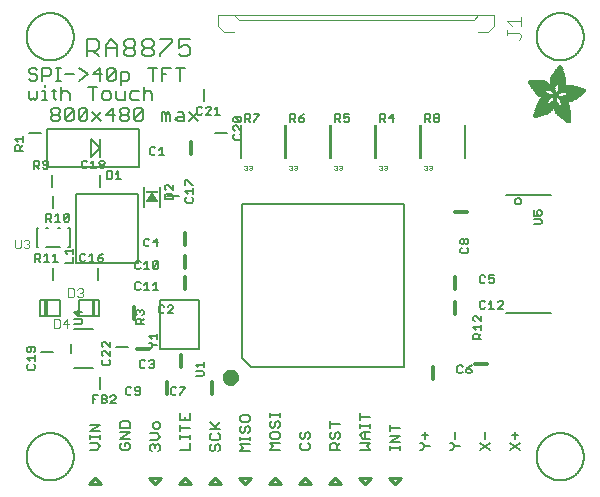
<source format=gbr>
G04 EAGLE Gerber RS-274X export*
G75*
%MOMM*%
%FSLAX34Y34*%
%LPD*%
%INSilkscreen Top*%
%IPPOS*%
%AMOC8*
5,1,8,0,0,1.08239X$1,22.5*%
G01*
%ADD10C,0.152400*%
%ADD11C,0.203200*%
%ADD12C,0.254000*%
%ADD13C,0.635000*%
%ADD14C,0.304800*%
%ADD15C,0.050800*%
%ADD16C,0.101600*%
%ADD17C,0.127000*%
%ADD18C,0.076200*%
%ADD19R,1.000000X0.200000*%
%ADD20R,0.068600X0.007600*%
%ADD21R,0.114300X0.007600*%
%ADD22R,0.152400X0.007700*%
%ADD23R,0.182900X0.007600*%
%ADD24R,0.205700X0.007600*%
%ADD25R,0.228600X0.007600*%
%ADD26R,0.259100X0.007600*%
%ADD27R,0.274300X0.007700*%
%ADD28R,0.289500X0.007600*%
%ADD29R,0.304800X0.007600*%
%ADD30R,0.320100X0.007600*%
%ADD31R,0.342900X0.007600*%
%ADD32R,0.350500X0.007700*%
%ADD33R,0.365800X0.007600*%
%ADD34R,0.381000X0.007600*%
%ADD35R,0.388600X0.007600*%
%ADD36R,0.403800X0.007600*%
%ADD37R,0.419100X0.007700*%
%ADD38R,0.426700X0.007600*%
%ADD39R,0.441900X0.007600*%
%ADD40R,0.449600X0.007600*%
%ADD41R,0.464800X0.007600*%
%ADD42R,0.480000X0.007700*%
%ADD43R,0.487600X0.007600*%
%ADD44R,0.495300X0.007600*%
%ADD45R,0.510500X0.007600*%
%ADD46R,0.518100X0.007600*%
%ADD47R,0.525700X0.007700*%
%ADD48R,0.541000X0.007600*%
%ADD49R,0.548600X0.007600*%
%ADD50R,0.563800X0.007600*%
%ADD51R,0.571500X0.007600*%
%ADD52R,0.579100X0.007700*%
%ADD53R,0.594300X0.007600*%
%ADD54R,0.601900X0.007600*%
%ADD55R,0.609600X0.007600*%
%ADD56R,0.624800X0.007600*%
%ADD57R,0.632400X0.007700*%
%ADD58R,0.640000X0.007600*%
%ADD59R,0.655300X0.007600*%
%ADD60R,0.662900X0.007600*%
%ADD61R,0.678100X0.007600*%
%ADD62R,0.685800X0.007700*%
%ADD63R,0.693400X0.007600*%
%ADD64R,0.708600X0.007600*%
%ADD65R,0.716200X0.007600*%
%ADD66R,0.723900X0.007600*%
%ADD67R,0.739100X0.007700*%
%ADD68R,0.746700X0.007600*%
%ADD69R,0.754300X0.007600*%
%ADD70R,0.769600X0.007600*%
%ADD71R,0.777200X0.007600*%
%ADD72R,0.792400X0.007700*%
%ADD73R,0.800100X0.007600*%
%ADD74R,0.807700X0.007600*%
%ADD75R,0.822900X0.007600*%
%ADD76R,0.830500X0.007600*%
%ADD77R,0.838200X0.007700*%
%ADD78R,0.091500X0.007600*%
%ADD79R,0.853400X0.007600*%
%ADD80R,0.144700X0.007600*%
%ADD81R,0.861000X0.007600*%
%ADD82R,0.190500X0.007600*%
%ADD83R,0.876300X0.007600*%
%ADD84R,0.221000X0.007600*%
%ADD85R,0.883900X0.007600*%
%ADD86R,0.259000X0.007700*%
%ADD87R,0.891500X0.007700*%
%ADD88R,0.289600X0.007600*%
%ADD89R,0.906700X0.007600*%
%ADD90R,0.914400X0.007600*%
%ADD91R,0.350500X0.007600*%
%ADD92R,0.922000X0.007600*%
%ADD93R,0.937200X0.007600*%
%ADD94R,0.411400X0.007700*%
%ADD95R,0.944800X0.007700*%
%ADD96R,0.434300X0.007600*%
%ADD97R,0.952500X0.007600*%
%ADD98R,0.464900X0.007600*%
%ADD99R,0.967700X0.007600*%
%ADD100R,0.975300X0.007600*%
%ADD101R,0.518200X0.007600*%
%ADD102R,0.990600X0.007600*%
%ADD103R,0.548600X0.007700*%
%ADD104R,0.998200X0.007700*%
%ADD105R,1.005800X0.007600*%
%ADD106R,0.594400X0.007600*%
%ADD107R,1.021000X0.007600*%
%ADD108R,0.617200X0.007600*%
%ADD109R,1.028700X0.007600*%
%ADD110R,0.647700X0.007600*%
%ADD111R,1.036300X0.007600*%
%ADD112R,0.670500X0.007700*%
%ADD113R,1.051500X0.007700*%
%ADD114R,1.059100X0.007600*%
%ADD115R,0.716300X0.007600*%
%ADD116R,1.066800X0.007600*%
%ADD117R,0.739100X0.007600*%
%ADD118R,1.074400X0.007600*%
%ADD119R,0.762000X0.007600*%
%ADD120R,1.089600X0.007600*%
%ADD121R,0.784800X0.007700*%
%ADD122R,1.097200X0.007700*%
%ADD123R,1.104900X0.007600*%
%ADD124R,0.830600X0.007600*%
%ADD125R,1.112500X0.007600*%
%ADD126R,0.845800X0.007600*%
%ADD127R,1.120100X0.007600*%
%ADD128R,0.868700X0.007600*%
%ADD129R,1.127700X0.007600*%
%ADD130R,1.135300X0.007700*%
%ADD131R,1.143000X0.007600*%
%ADD132R,0.944900X0.007600*%
%ADD133R,1.150600X0.007600*%
%ADD134R,0.960100X0.007600*%
%ADD135R,1.158200X0.007600*%
%ADD136R,0.983000X0.007600*%
%ADD137R,1.165800X0.007600*%
%ADD138R,1.005900X0.007700*%
%ADD139R,1.173400X0.007700*%
%ADD140R,1.021100X0.007600*%
%ADD141R,1.181100X0.007600*%
%ADD142R,1.044000X0.007600*%
%ADD143R,1.188700X0.007600*%
%ADD144R,1.196300X0.007600*%
%ADD145R,1.082000X0.007600*%
%ADD146R,1.203900X0.007600*%
%ADD147R,1.104900X0.007700*%
%ADD148R,1.211500X0.007700*%
%ADD149R,1.211500X0.007600*%
%ADD150R,1.219200X0.007600*%
%ADD151R,1.226800X0.007600*%
%ADD152R,1.234400X0.007600*%
%ADD153R,1.188700X0.007700*%
%ADD154R,1.242000X0.007700*%
%ADD155R,1.242000X0.007600*%
%ADD156R,1.211600X0.007600*%
%ADD157R,1.249600X0.007600*%
%ADD158R,1.257300X0.007600*%
%ADD159R,1.264900X0.007600*%
%ADD160R,1.242100X0.007700*%
%ADD161R,1.264900X0.007700*%
%ADD162R,1.272500X0.007600*%
%ADD163R,1.265000X0.007600*%
%ADD164R,1.280100X0.007600*%
%ADD165R,1.272600X0.007600*%
%ADD166R,1.287700X0.007600*%
%ADD167R,1.287800X0.007600*%
%ADD168R,1.295400X0.007700*%
%ADD169R,1.303000X0.007600*%
%ADD170R,1.318200X0.007600*%
%ADD171R,1.310600X0.007600*%
%ADD172R,1.325900X0.007600*%
%ADD173R,1.341100X0.007700*%
%ADD174R,1.318200X0.007700*%
%ADD175R,1.341100X0.007600*%
%ADD176R,1.325800X0.007600*%
%ADD177R,1.348700X0.007600*%
%ADD178R,1.364000X0.007600*%
%ADD179R,1.333500X0.007600*%
%ADD180R,1.371600X0.007700*%
%ADD181R,1.379200X0.007600*%
%ADD182R,1.379300X0.007600*%
%ADD183R,1.386900X0.007600*%
%ADD184R,1.394500X0.007600*%
%ADD185R,1.356300X0.007600*%
%ADD186R,1.394400X0.007700*%
%ADD187R,1.356300X0.007700*%
%ADD188R,1.402000X0.007600*%
%ADD189R,1.409700X0.007600*%
%ADD190R,1.363900X0.007600*%
%ADD191R,1.417300X0.007600*%
%ADD192R,1.371600X0.007600*%
%ADD193R,1.424900X0.007700*%
%ADD194R,1.424900X0.007600*%
%ADD195R,1.432600X0.007600*%
%ADD196R,1.440200X0.007600*%
%ADD197R,1.386800X0.007600*%
%ADD198R,1.447800X0.007700*%
%ADD199R,1.386800X0.007700*%
%ADD200R,1.447800X0.007600*%
%ADD201R,1.455500X0.007600*%
%ADD202R,1.394400X0.007600*%
%ADD203R,1.463100X0.007600*%
%ADD204R,1.455400X0.007700*%
%ADD205R,1.463000X0.007600*%
%ADD206R,1.470600X0.007600*%
%ADD207R,1.470600X0.007700*%
%ADD208R,1.409700X0.007700*%
%ADD209R,1.470700X0.007600*%
%ADD210R,1.402100X0.007600*%
%ADD211R,1.478300X0.007600*%
%ADD212R,1.478300X0.007700*%
%ADD213R,1.402100X0.007700*%
%ADD214R,1.485900X0.007600*%
%ADD215R,1.485900X0.007700*%
%ADD216R,1.493500X0.007700*%
%ADD217R,1.493500X0.007600*%
%ADD218R,1.394500X0.007700*%
%ADD219R,1.493600X0.007700*%
%ADD220R,1.386900X0.007700*%
%ADD221R,1.379200X0.007700*%
%ADD222R,2.857500X0.007700*%
%ADD223R,2.857500X0.007600*%
%ADD224R,2.849900X0.007600*%
%ADD225R,2.842300X0.007600*%
%ADD226R,2.834700X0.007700*%
%ADD227R,2.827000X0.007600*%
%ADD228R,2.819400X0.007600*%
%ADD229R,2.811800X0.007600*%
%ADD230R,2.811800X0.007700*%
%ADD231R,2.804100X0.007600*%
%ADD232R,2.796500X0.007600*%
%ADD233R,1.966000X0.007600*%
%ADD234R,1.943100X0.007600*%
%ADD235R,0.754400X0.007600*%
%ADD236R,1.927900X0.007700*%
%ADD237R,0.746700X0.007700*%
%ADD238R,1.912600X0.007600*%
%ADD239R,0.731500X0.007600*%
%ADD240R,1.905000X0.007600*%
%ADD241R,1.882200X0.007600*%
%ADD242R,1.874600X0.007600*%
%ADD243R,1.866900X0.007700*%
%ADD244R,0.708700X0.007700*%
%ADD245R,1.851600X0.007600*%
%ADD246R,0.701100X0.007600*%
%ADD247R,1.844000X0.007600*%
%ADD248R,1.836400X0.007600*%
%ADD249R,1.821200X0.007600*%
%ADD250R,0.685800X0.007600*%
%ADD251R,1.813500X0.007700*%
%ADD252R,1.805900X0.007600*%
%ADD253R,0.678200X0.007600*%
%ADD254R,1.790700X0.007600*%
%ADD255R,0.670600X0.007600*%
%ADD256R,1.775500X0.007600*%
%ADD257R,1.767900X0.007700*%
%ADD258R,0.663000X0.007700*%
%ADD259R,1.760200X0.007600*%
%ADD260R,1.752600X0.007600*%
%ADD261R,0.937300X0.007600*%
%ADD262R,0.792500X0.007600*%
%ADD263R,0.899100X0.007600*%
%ADD264R,0.883900X0.007700*%
%ADD265R,0.716300X0.007700*%
%ADD266R,0.647700X0.007700*%
%ADD267R,0.640100X0.007600*%
%ADD268R,0.632500X0.007600*%
%ADD269R,0.655400X0.007600*%
%ADD270R,0.632400X0.007600*%
%ADD271R,0.845800X0.007700*%
%ADD272R,0.617200X0.007700*%
%ADD273R,0.624800X0.007700*%
%ADD274R,0.602000X0.007600*%
%ADD275R,0.838200X0.007600*%
%ADD276R,0.586700X0.007600*%
%ADD277R,0.548700X0.007600*%
%ADD278R,0.830500X0.007700*%
%ADD279R,0.541000X0.007700*%
%ADD280R,0.594300X0.007700*%
%ADD281R,0.525800X0.007600*%
%ADD282R,0.586800X0.007600*%
%ADD283R,0.815300X0.007600*%
%ADD284R,0.579200X0.007600*%
%ADD285R,0.815400X0.007600*%
%ADD286R,0.815400X0.007700*%
%ADD287R,0.571500X0.007700*%
%ADD288R,0.807800X0.007600*%
%ADD289R,0.563900X0.007600*%
%ADD290R,0.457200X0.007600*%
%ADD291R,0.442000X0.007600*%
%ADD292R,0.556300X0.007600*%
%ADD293R,0.807700X0.007700*%
%ADD294R,0.411500X0.007600*%
%ADD295R,0.533400X0.007600*%
%ADD296R,0.076200X0.007600*%
%ADD297R,0.403900X0.007600*%
%ADD298R,0.525700X0.007600*%
%ADD299R,0.388700X0.007600*%
%ADD300R,0.297200X0.007600*%
%ADD301R,0.373400X0.007700*%
%ADD302R,0.503000X0.007700*%
%ADD303R,0.426800X0.007700*%
%ADD304R,0.358100X0.007600*%
%ADD305R,0.502900X0.007600*%
%ADD306R,0.472400X0.007600*%
%ADD307R,0.487700X0.007600*%
%ADD308R,0.335300X0.007600*%
%ADD309R,0.792500X0.007700*%
%ADD310R,0.327600X0.007700*%
%ADD311R,0.472400X0.007700*%
%ADD312R,0.640000X0.007700*%
%ADD313R,0.784800X0.007600*%
%ADD314R,0.320000X0.007600*%
%ADD315R,0.792400X0.007600*%
%ADD316R,1.173400X0.007600*%
%ADD317R,1.196400X0.007600*%
%ADD318R,0.784900X0.007600*%
%ADD319R,0.784900X0.007700*%
%ADD320R,0.297200X0.007700*%
%ADD321R,1.249700X0.007600*%
%ADD322R,0.281900X0.007600*%
%ADD323R,1.295400X0.007600*%
%ADD324R,0.266700X0.007600*%
%ADD325R,0.777300X0.007700*%
%ADD326R,0.266700X0.007700*%
%ADD327R,1.333500X0.007700*%
%ADD328R,0.777300X0.007600*%
%ADD329R,1.348800X0.007600*%
%ADD330R,0.251500X0.007600*%
%ADD331R,0.243900X0.007700*%
%ADD332R,0.243900X0.007600*%
%ADD333R,1.440100X0.007600*%
%ADD334R,0.236200X0.007600*%
%ADD335R,0.762000X0.007700*%
%ADD336R,0.236200X0.007700*%
%ADD337R,1.508700X0.007700*%
%ADD338R,1.531600X0.007600*%
%ADD339R,1.546900X0.007600*%
%ADD340R,1.569700X0.007600*%
%ADD341R,1.585000X0.007600*%
%ADD342R,0.746800X0.007700*%
%ADD343R,1.607800X0.007700*%
%ADD344R,0.243800X0.007600*%
%ADD345R,1.630700X0.007600*%
%ADD346R,1.653500X0.007600*%
%ADD347R,0.739200X0.007600*%
%ADD348R,1.684000X0.007600*%
%ADD349R,2.019300X0.007600*%
%ADD350R,0.731500X0.007700*%
%ADD351R,2.026900X0.007700*%
%ADD352R,2.049800X0.007600*%
%ADD353R,2.057400X0.007600*%
%ADD354R,0.708700X0.007600*%
%ADD355R,2.072600X0.007600*%
%ADD356R,0.701000X0.007600*%
%ADD357R,2.095500X0.007600*%
%ADD358R,0.693500X0.007700*%
%ADD359R,2.110800X0.007700*%
%ADD360R,2.141200X0.007600*%
%ADD361R,0.060900X0.007600*%
%ADD362R,2.872700X0.007600*%
%ADD363R,3.124200X0.007600*%
%ADD364R,3.177600X0.007600*%
%ADD365R,3.215600X0.007700*%
%ADD366R,3.253700X0.007600*%
%ADD367R,3.284300X0.007600*%
%ADD368R,3.314700X0.007600*%
%ADD369R,3.352800X0.007600*%
%ADD370R,3.375600X0.007700*%
%ADD371R,3.406200X0.007600*%
%ADD372R,3.429000X0.007600*%
%ADD373R,3.451800X0.007600*%
%ADD374R,3.482400X0.007600*%
%ADD375R,1.828800X0.007700*%
%ADD376R,1.539300X0.007700*%
%ADD377R,1.767900X0.007600*%
%ADD378R,1.767800X0.007600*%
%ADD379R,1.760200X0.007700*%
%ADD380R,1.760300X0.007600*%
%ADD381R,1.775400X0.007700*%
%ADD382R,1.379300X0.007700*%
%ADD383R,1.783000X0.007600*%
%ADD384R,1.813500X0.007600*%
%ADD385R,1.821100X0.007700*%
%ADD386R,0.503000X0.007600*%
%ADD387R,1.135400X0.007600*%
%ADD388R,1.127700X0.007700*%
%ADD389R,0.487700X0.007700*%
%ADD390R,1.120200X0.007600*%
%ADD391R,1.097300X0.007600*%
%ADD392R,0.510600X0.007600*%
%ADD393R,1.074400X0.007700*%
%ADD394R,0.525800X0.007700*%
%ADD395R,1.440200X0.007700*%
%ADD396R,1.059200X0.007600*%
%ADD397R,1.051600X0.007600*%
%ADD398R,1.051500X0.007600*%
%ADD399R,1.043900X0.007700*%
%ADD400R,0.602000X0.007700*%
%ADD401R,1.524000X0.007600*%
%ADD402R,1.539300X0.007600*%
%ADD403R,1.592600X0.007600*%
%ADD404R,1.021100X0.007700*%
%ADD405R,1.615400X0.007700*%
%ADD406R,1.013400X0.007600*%
%ADD407R,1.653600X0.007600*%
%ADD408R,1.013500X0.007600*%
%ADD409R,1.699300X0.007600*%
%ADD410R,2.743200X0.007600*%
%ADD411R,1.005900X0.007600*%
%ADD412R,2.415500X0.007600*%
%ADD413R,1.005800X0.007700*%
%ADD414R,0.281900X0.007700*%
%ADD415R,2.408000X0.007700*%
%ADD416R,2.407900X0.007600*%
%ADD417R,0.998200X0.007600*%
%ADD418R,0.282000X0.007600*%
%ADD419R,0.998300X0.007600*%
%ADD420R,2.400300X0.007600*%
%ADD421R,0.289500X0.007700*%
%ADD422R,2.400300X0.007700*%
%ADD423R,0.297100X0.007600*%
%ADD424R,0.312400X0.007600*%
%ADD425R,2.392700X0.007600*%
%ADD426R,0.990600X0.007700*%
%ADD427R,0.327700X0.007700*%
%ADD428R,2.392700X0.007700*%
%ADD429R,2.385100X0.007600*%
%ADD430R,0.381000X0.007700*%
%ADD431R,2.377400X0.007700*%
%ADD432R,2.377400X0.007600*%
%ADD433R,2.369800X0.007600*%
%ADD434R,0.419100X0.007600*%
%ADD435R,2.362200X0.007600*%
%ADD436R,0.426800X0.007600*%
%ADD437R,1.036300X0.007700*%
%ADD438R,0.442000X0.007700*%
%ADD439R,2.354600X0.007700*%
%ADD440R,2.354600X0.007600*%
%ADD441R,0.480100X0.007600*%
%ADD442R,2.347000X0.007600*%
%ADD443R,1.074500X0.007600*%
%ADD444R,2.339400X0.007600*%
%ADD445R,1.082100X0.007700*%
%ADD446R,0.548700X0.007700*%
%ADD447R,2.331800X0.007700*%
%ADD448R,2.331800X0.007600*%
%ADD449R,0.624900X0.007600*%
%ADD450R,2.324100X0.007600*%
%ADD451R,1.859300X0.007600*%
%ADD452R,2.308800X0.007600*%
%ADD453R,2.301200X0.007700*%
%ADD454R,2.301200X0.007600*%
%ADD455R,2.293600X0.007600*%
%ADD456R,2.278400X0.007600*%
%ADD457R,1.889800X0.007600*%
%ADD458R,2.270700X0.007600*%
%ADD459R,1.897400X0.007700*%
%ADD460R,2.255500X0.007700*%
%ADD461R,1.897400X0.007600*%
%ADD462R,2.247900X0.007600*%
%ADD463R,2.232600X0.007600*%
%ADD464R,1.912700X0.007600*%
%ADD465R,2.209800X0.007600*%
%ADD466R,1.920300X0.007600*%
%ADD467R,2.186900X0.007600*%
%ADD468R,1.920300X0.007700*%
%ADD469R,2.171700X0.007700*%
%ADD470R,1.935500X0.007600*%
%ADD471R,2.148800X0.007600*%
%ADD472R,2.126000X0.007600*%
%ADD473R,1.950700X0.007600*%
%ADD474R,1.958400X0.007700*%
%ADD475R,2.042200X0.007700*%
%ADD476R,1.973600X0.007600*%
%ADD477R,1.996500X0.007600*%
%ADD478R,1.981200X0.007600*%
%ADD479R,1.988800X0.007600*%
%ADD480R,1.996400X0.007700*%
%ADD481R,1.996400X0.007600*%
%ADD482R,2.004100X0.007600*%
%ADD483R,1.874500X0.007600*%
%ADD484R,1.425000X0.007600*%
%ADD485R,2.026900X0.007600*%
%ADD486R,0.434400X0.007700*%
%ADD487R,1.364000X0.007700*%
%ADD488R,2.034500X0.007600*%
%ADD489R,0.434400X0.007600*%
%ADD490R,2.049700X0.007600*%
%ADD491R,2.065000X0.007700*%
%ADD492R,0.464800X0.007700*%
%ADD493R,1.196300X0.007700*%
%ADD494R,2.080300X0.007600*%
%ADD495R,1.158300X0.007600*%
%ADD496R,2.087900X0.007600*%
%ADD497R,0.472500X0.007600*%
%ADD498R,2.103100X0.007600*%
%ADD499R,2.118400X0.007600*%
%ADD500R,2.133600X0.007600*%
%ADD501R,2.148800X0.007700*%
%ADD502R,2.164000X0.007600*%
%ADD503R,2.171700X0.007600*%
%ADD504R,2.187000X0.007600*%
%ADD505R,0.556200X0.007600*%
%ADD506R,2.202200X0.007700*%
%ADD507R,0.556200X0.007700*%
%ADD508R,0.640100X0.007700*%
%ADD509R,0.579100X0.007600*%
%ADD510R,0.480000X0.007600*%
%ADD511R,1.752600X0.007700*%
%ADD512R,0.487600X0.007700*%
%ADD513R,0.594400X0.007700*%
%ADD514R,0.358100X0.007700*%
%ADD515R,0.099000X0.007600*%
%ADD516R,1.280200X0.007600*%
%ADD517R,1.745000X0.007600*%
%ADD518R,1.744900X0.007600*%
%ADD519R,1.737300X0.007700*%
%ADD520R,1.737400X0.007600*%
%ADD521R,1.729800X0.007600*%
%ADD522R,1.722200X0.007600*%
%ADD523R,1.722100X0.007600*%
%ADD524R,1.714500X0.007700*%
%ADD525R,1.356400X0.007700*%
%ADD526R,1.706900X0.007600*%
%ADD527R,1.356400X0.007600*%
%ADD528R,1.691700X0.007600*%
%ADD529R,1.668800X0.007700*%
%ADD530R,1.645900X0.007600*%
%ADD531R,1.623100X0.007600*%
%ADD532R,1.577400X0.007600*%
%ADD533R,1.554400X0.007600*%
%ADD534R,1.539200X0.007600*%
%ADD535R,1.524000X0.007700*%
%ADD536R,1.501100X0.007600*%
%ADD537R,1.455400X0.007600*%
%ADD538R,1.348800X0.007700*%
%ADD539R,1.318300X0.007600*%
%ADD540R,1.310600X0.007700*%
%ADD541R,1.287800X0.007700*%
%ADD542R,1.234500X0.007600*%
%ADD543R,1.226900X0.007600*%
%ADD544R,1.173500X0.007700*%
%ADD545R,1.173500X0.007600*%
%ADD546R,1.165900X0.007600*%
%ADD547R,1.143000X0.007700*%
%ADD548R,1.127800X0.007600*%
%ADD549R,1.097200X0.007600*%
%ADD550R,1.028700X0.007700*%
%ADD551R,0.982900X0.007600*%
%ADD552R,0.952500X0.007700*%
%ADD553R,0.929600X0.007600*%
%ADD554R,0.906800X0.007700*%
%ADD555R,0.906800X0.007600*%
%ADD556R,0.899200X0.007600*%
%ADD557R,0.884000X0.007600*%
%ADD558R,0.876300X0.007700*%
%ADD559R,0.830600X0.007700*%
%ADD560R,0.754400X0.007700*%
%ADD561R,0.746800X0.007600*%
%ADD562R,0.708600X0.007700*%
%ADD563R,0.678200X0.007700*%
%ADD564R,0.663000X0.007600*%
%ADD565R,0.632500X0.007700*%
%ADD566R,0.556300X0.007700*%
%ADD567R,0.518200X0.007700*%
%ADD568R,0.434300X0.007700*%
%ADD569R,0.396300X0.007700*%
%ADD570R,0.373300X0.007600*%
%ADD571R,0.365700X0.007600*%
%ADD572R,0.327700X0.007600*%
%ADD573R,0.304800X0.007700*%
%ADD574R,0.274300X0.007600*%
%ADD575R,0.243800X0.007700*%
%ADD576R,0.205800X0.007600*%
%ADD577R,0.152400X0.007600*%
%ADD578R,0.121900X0.007700*%

G36*
X113751Y242105D02*
X113751Y242105D01*
X113823Y242105D01*
X113891Y242125D01*
X113962Y242135D01*
X114027Y242164D01*
X114096Y242184D01*
X114156Y242222D01*
X114221Y242251D01*
X114276Y242297D01*
X114336Y242335D01*
X114384Y242389D01*
X114438Y242435D01*
X114478Y242494D01*
X114525Y242548D01*
X114556Y242612D01*
X114596Y242671D01*
X114617Y242740D01*
X114648Y242804D01*
X114660Y242874D01*
X114681Y242942D01*
X114683Y243014D01*
X114695Y243085D01*
X114687Y243155D01*
X114689Y243226D01*
X114670Y243296D01*
X114662Y243367D01*
X114637Y243422D01*
X114617Y243501D01*
X114556Y243604D01*
X114525Y243673D01*
X112525Y246673D01*
X112448Y246760D01*
X112375Y246850D01*
X112353Y246865D01*
X112335Y246885D01*
X112238Y246947D01*
X112143Y247014D01*
X112117Y247022D01*
X112095Y247037D01*
X111984Y247069D01*
X111874Y247107D01*
X111847Y247108D01*
X111822Y247115D01*
X111706Y247115D01*
X111590Y247121D01*
X111564Y247115D01*
X111537Y247115D01*
X111426Y247083D01*
X111313Y247057D01*
X111290Y247044D01*
X111264Y247036D01*
X111166Y246974D01*
X111065Y246918D01*
X111049Y246900D01*
X111024Y246885D01*
X110839Y246677D01*
X110835Y246673D01*
X108835Y243673D01*
X108804Y243609D01*
X108765Y243549D01*
X108743Y243481D01*
X108712Y243417D01*
X108700Y243346D01*
X108679Y243278D01*
X108677Y243207D01*
X108665Y243137D01*
X108673Y243065D01*
X108671Y242994D01*
X108689Y242925D01*
X108698Y242854D01*
X108725Y242788D01*
X108743Y242719D01*
X108780Y242658D01*
X108807Y242592D01*
X108852Y242536D01*
X108889Y242474D01*
X108940Y242425D01*
X108985Y242370D01*
X109044Y242329D01*
X109096Y242280D01*
X109159Y242247D01*
X109217Y242206D01*
X109285Y242183D01*
X109349Y242150D01*
X109408Y242140D01*
X109486Y242113D01*
X109605Y242107D01*
X109680Y242095D01*
X113680Y242095D01*
X113751Y242105D01*
G37*
D10*
X59095Y31242D02*
X64857Y31242D01*
X67738Y34123D01*
X64857Y37004D01*
X59095Y37004D01*
X67738Y40597D02*
X67738Y43478D01*
X67738Y42038D02*
X59095Y42038D01*
X59095Y43478D02*
X59095Y40597D01*
X59095Y46834D02*
X67738Y46834D01*
X67738Y52596D02*
X59095Y46834D01*
X59095Y52596D02*
X67738Y52596D01*
X84495Y35564D02*
X85935Y37004D01*
X84495Y35564D02*
X84495Y32683D01*
X85935Y31242D01*
X91697Y31242D01*
X93138Y32683D01*
X93138Y35564D01*
X91697Y37004D01*
X88816Y37004D01*
X88816Y34123D01*
X84495Y40597D02*
X93138Y40597D01*
X93138Y46359D02*
X84495Y40597D01*
X84495Y46359D02*
X93138Y46359D01*
X93138Y49952D02*
X84495Y49952D01*
X93138Y49952D02*
X93138Y54274D01*
X91697Y55715D01*
X85935Y55715D01*
X84495Y54274D01*
X84495Y49952D01*
X109895Y31413D02*
X111335Y29972D01*
X109895Y31413D02*
X109895Y34294D01*
X111335Y35734D01*
X112776Y35734D01*
X114216Y34294D01*
X114216Y32853D01*
X114216Y34294D02*
X115657Y35734D01*
X117097Y35734D01*
X118538Y34294D01*
X118538Y31413D01*
X117097Y29972D01*
X115657Y39327D02*
X109895Y39327D01*
X115657Y39327D02*
X118538Y42208D01*
X115657Y45089D01*
X109895Y45089D01*
X118538Y50123D02*
X118538Y53004D01*
X117097Y54445D01*
X114216Y54445D01*
X112776Y53004D01*
X112776Y50123D01*
X114216Y48682D01*
X117097Y48682D01*
X118538Y50123D01*
X160695Y34294D02*
X162135Y35734D01*
X160695Y34294D02*
X160695Y31413D01*
X162135Y29972D01*
X163576Y29972D01*
X165016Y31413D01*
X165016Y34294D01*
X166457Y35734D01*
X167897Y35734D01*
X169338Y34294D01*
X169338Y31413D01*
X167897Y29972D01*
X160695Y43649D02*
X162135Y45089D01*
X160695Y43649D02*
X160695Y40768D01*
X162135Y39327D01*
X167897Y39327D01*
X169338Y40768D01*
X169338Y43649D01*
X167897Y45089D01*
X169338Y48682D02*
X160695Y48682D01*
X166457Y48682D02*
X160695Y54445D01*
X165016Y50123D02*
X169338Y54445D01*
X186095Y29972D02*
X194738Y29972D01*
X188976Y32853D02*
X186095Y29972D01*
X188976Y32853D02*
X186095Y35734D01*
X194738Y35734D01*
X194738Y39327D02*
X194738Y42208D01*
X194738Y40768D02*
X186095Y40768D01*
X186095Y42208D02*
X186095Y39327D01*
X186095Y49886D02*
X187535Y51326D01*
X186095Y49886D02*
X186095Y47005D01*
X187535Y45564D01*
X188976Y45564D01*
X190416Y47005D01*
X190416Y49886D01*
X191857Y51326D01*
X193297Y51326D01*
X194738Y49886D01*
X194738Y47005D01*
X193297Y45564D01*
X186095Y56360D02*
X186095Y59241D01*
X186095Y56360D02*
X187535Y54919D01*
X193297Y54919D01*
X194738Y56360D01*
X194738Y59241D01*
X193297Y60681D01*
X187535Y60681D01*
X186095Y59241D01*
X211495Y31242D02*
X220138Y31242D01*
X214376Y34123D02*
X211495Y31242D01*
X214376Y34123D02*
X211495Y37004D01*
X220138Y37004D01*
X211495Y42038D02*
X211495Y44919D01*
X211495Y42038D02*
X212935Y40597D01*
X218697Y40597D01*
X220138Y42038D01*
X220138Y44919D01*
X218697Y46359D01*
X212935Y46359D01*
X211495Y44919D01*
X211495Y54274D02*
X212935Y55715D01*
X211495Y54274D02*
X211495Y51393D01*
X212935Y49952D01*
X214376Y49952D01*
X215816Y51393D01*
X215816Y54274D01*
X217257Y55715D01*
X218697Y55715D01*
X220138Y54274D01*
X220138Y51393D01*
X218697Y49952D01*
X220138Y59308D02*
X220138Y62189D01*
X220138Y60748D02*
X211495Y60748D01*
X211495Y59308D02*
X211495Y62189D01*
X236895Y35564D02*
X238335Y37004D01*
X236895Y35564D02*
X236895Y32683D01*
X238335Y31242D01*
X244097Y31242D01*
X245538Y32683D01*
X245538Y35564D01*
X244097Y37004D01*
X236895Y44919D02*
X238335Y46359D01*
X236895Y44919D02*
X236895Y42038D01*
X238335Y40597D01*
X239776Y40597D01*
X241216Y42038D01*
X241216Y44919D01*
X242657Y46359D01*
X244097Y46359D01*
X245538Y44919D01*
X245538Y42038D01*
X244097Y40597D01*
X262295Y31242D02*
X270938Y31242D01*
X262295Y31242D02*
X262295Y35564D01*
X263735Y37004D01*
X266616Y37004D01*
X268057Y35564D01*
X268057Y31242D01*
X268057Y34123D02*
X270938Y37004D01*
X262295Y44919D02*
X263735Y46359D01*
X262295Y44919D02*
X262295Y42038D01*
X263735Y40597D01*
X265176Y40597D01*
X266616Y42038D01*
X266616Y44919D01*
X268057Y46359D01*
X269497Y46359D01*
X270938Y44919D01*
X270938Y42038D01*
X269497Y40597D01*
X270938Y52834D02*
X262295Y52834D01*
X262295Y55715D02*
X262295Y49952D01*
X287695Y31242D02*
X296338Y31242D01*
X293457Y34123D01*
X296338Y37004D01*
X287695Y37004D01*
X290576Y40597D02*
X296338Y40597D01*
X290576Y40597D02*
X287695Y43478D01*
X290576Y46359D01*
X296338Y46359D01*
X292016Y46359D02*
X292016Y40597D01*
X296338Y49952D02*
X296338Y52834D01*
X296338Y51393D02*
X287695Y51393D01*
X287695Y49952D02*
X287695Y52834D01*
X287695Y59070D02*
X296338Y59070D01*
X287695Y56189D02*
X287695Y61951D01*
X321738Y34123D02*
X321738Y31242D01*
X321738Y32683D02*
X313095Y32683D01*
X313095Y34123D02*
X313095Y31242D01*
X313095Y37479D02*
X321738Y37479D01*
X321738Y43241D02*
X313095Y37479D01*
X313095Y43241D02*
X321738Y43241D01*
X321738Y49715D02*
X313095Y49715D01*
X313095Y46834D02*
X313095Y52596D01*
D11*
X56896Y364236D02*
X56896Y378981D01*
X64268Y378981D01*
X66726Y376523D01*
X66726Y371608D01*
X64268Y369151D01*
X56896Y369151D01*
X61811Y369151D02*
X66726Y364236D01*
X72332Y364236D02*
X72332Y374066D01*
X77247Y378981D01*
X82162Y374066D01*
X82162Y364236D01*
X82162Y371608D02*
X72332Y371608D01*
X87768Y376523D02*
X90226Y378981D01*
X95140Y378981D01*
X97598Y376523D01*
X97598Y374066D01*
X95140Y371608D01*
X97598Y369151D01*
X97598Y366693D01*
X95140Y364236D01*
X90226Y364236D01*
X87768Y366693D01*
X87768Y369151D01*
X90226Y371608D01*
X87768Y374066D01*
X87768Y376523D01*
X90226Y371608D02*
X95140Y371608D01*
X103204Y376523D02*
X105662Y378981D01*
X110576Y378981D01*
X113034Y376523D01*
X113034Y374066D01*
X110576Y371608D01*
X113034Y369151D01*
X113034Y366693D01*
X110576Y364236D01*
X105662Y364236D01*
X103204Y366693D01*
X103204Y369151D01*
X105662Y371608D01*
X103204Y374066D01*
X103204Y376523D01*
X105662Y371608D02*
X110576Y371608D01*
X118640Y378981D02*
X128470Y378981D01*
X128470Y376523D01*
X118640Y366693D01*
X118640Y364236D01*
X134076Y378981D02*
X143906Y378981D01*
X134076Y378981D02*
X134076Y371608D01*
X138991Y374066D01*
X141449Y374066D01*
X143906Y371608D01*
X143906Y366693D01*
X141449Y364236D01*
X136534Y364236D01*
X134076Y366693D01*
D10*
X14569Y352983D02*
X12705Y354848D01*
X8976Y354848D01*
X7112Y352983D01*
X7112Y351119D01*
X8976Y349255D01*
X12705Y349255D01*
X14569Y347391D01*
X14569Y345526D01*
X12705Y343662D01*
X8976Y343662D01*
X7112Y345526D01*
X18806Y343662D02*
X18806Y354848D01*
X24399Y354848D01*
X26263Y352983D01*
X26263Y349255D01*
X24399Y347391D01*
X18806Y347391D01*
X30500Y343662D02*
X34228Y343662D01*
X32364Y343662D02*
X32364Y354848D01*
X30500Y354848D02*
X34228Y354848D01*
X38296Y349255D02*
X45753Y349255D01*
X49990Y354848D02*
X57447Y349255D01*
X49990Y343662D01*
X67277Y343662D02*
X67277Y354848D01*
X61684Y349255D01*
X69141Y349255D01*
X73378Y352983D02*
X73378Y345526D01*
X73378Y352983D02*
X75242Y354848D01*
X78971Y354848D01*
X80835Y352983D01*
X80835Y345526D01*
X78971Y343662D01*
X75242Y343662D01*
X73378Y345526D01*
X80835Y352983D01*
X85072Y351119D02*
X85072Y339934D01*
X85072Y351119D02*
X90665Y351119D01*
X92529Y349255D01*
X92529Y345526D01*
X90665Y343662D01*
X85072Y343662D01*
X112188Y343662D02*
X112188Y354848D01*
X108460Y354848D02*
X115917Y354848D01*
X120154Y354848D02*
X120154Y343662D01*
X120154Y354848D02*
X127611Y354848D01*
X123882Y349255D02*
X120154Y349255D01*
X135576Y343662D02*
X135576Y354848D01*
X131848Y354848D02*
X139305Y354848D01*
X28026Y320558D02*
X26162Y318693D01*
X28026Y320558D02*
X31755Y320558D01*
X33619Y318693D01*
X33619Y316829D01*
X31755Y314965D01*
X33619Y313101D01*
X33619Y311236D01*
X31755Y309372D01*
X28026Y309372D01*
X26162Y311236D01*
X26162Y313101D01*
X28026Y314965D01*
X26162Y316829D01*
X26162Y318693D01*
X28026Y314965D02*
X31755Y314965D01*
X37856Y318693D02*
X37856Y311236D01*
X37856Y318693D02*
X39720Y320558D01*
X43449Y320558D01*
X45313Y318693D01*
X45313Y311236D01*
X43449Y309372D01*
X39720Y309372D01*
X37856Y311236D01*
X45313Y318693D01*
X49550Y318693D02*
X49550Y311236D01*
X49550Y318693D02*
X51414Y320558D01*
X55143Y320558D01*
X57007Y318693D01*
X57007Y311236D01*
X55143Y309372D01*
X51414Y309372D01*
X49550Y311236D01*
X57007Y318693D01*
X61244Y316829D02*
X68701Y309372D01*
X61244Y309372D02*
X68701Y316829D01*
X78531Y320558D02*
X78531Y309372D01*
X72938Y314965D02*
X78531Y320558D01*
X80395Y314965D02*
X72938Y314965D01*
X84632Y318693D02*
X86496Y320558D01*
X90225Y320558D01*
X92089Y318693D01*
X92089Y316829D01*
X90225Y314965D01*
X92089Y313101D01*
X92089Y311236D01*
X90225Y309372D01*
X86496Y309372D01*
X84632Y311236D01*
X84632Y313101D01*
X86496Y314965D01*
X84632Y316829D01*
X84632Y318693D01*
X86496Y314965D02*
X90225Y314965D01*
X96326Y318693D02*
X96326Y311236D01*
X96326Y318693D02*
X98190Y320558D01*
X101919Y320558D01*
X103783Y318693D01*
X103783Y311236D01*
X101919Y309372D01*
X98190Y309372D01*
X96326Y311236D01*
X103783Y318693D01*
X119714Y316829D02*
X119714Y309372D01*
X119714Y316829D02*
X121578Y316829D01*
X123442Y314965D01*
X123442Y309372D01*
X123442Y314965D02*
X125307Y316829D01*
X127171Y314965D01*
X127171Y309372D01*
X133272Y316829D02*
X137000Y316829D01*
X138865Y314965D01*
X138865Y309372D01*
X133272Y309372D01*
X131408Y311236D01*
X133272Y313101D01*
X138865Y313101D01*
X143102Y316829D02*
X150559Y309372D01*
X143102Y309372D02*
X150559Y316829D01*
X338495Y31242D02*
X339935Y31242D01*
X342816Y34123D01*
X339935Y37004D01*
X338495Y37004D01*
X342816Y34123D02*
X347138Y34123D01*
X342816Y40597D02*
X342816Y46359D01*
X339935Y43478D02*
X345697Y43478D01*
X363895Y31242D02*
X365335Y31242D01*
X368216Y34123D01*
X365335Y37004D01*
X363895Y37004D01*
X368216Y34123D02*
X372538Y34123D01*
X368216Y40597D02*
X368216Y46359D01*
X389295Y31242D02*
X397938Y37004D01*
X397938Y31242D02*
X389295Y37004D01*
X393616Y40597D02*
X393616Y46359D01*
X414695Y31242D02*
X423338Y37004D01*
X423338Y31242D02*
X414695Y37004D01*
X419016Y40597D02*
X419016Y46359D01*
X416135Y43478D02*
X421897Y43478D01*
X143938Y31242D02*
X135295Y31242D01*
X143938Y31242D02*
X143938Y37004D01*
X143938Y40597D02*
X143938Y43478D01*
X143938Y42038D02*
X135295Y42038D01*
X135295Y43478D02*
X135295Y40597D01*
X135295Y49715D02*
X143938Y49715D01*
X135295Y46834D02*
X135295Y52596D01*
X135295Y56189D02*
X135295Y61951D01*
X135295Y56189D02*
X143938Y56189D01*
X143938Y61951D01*
X139616Y59070D02*
X139616Y56189D01*
D12*
X119380Y7620D02*
X109220Y7620D01*
X114300Y2540D02*
X119380Y7620D01*
X114300Y2540D02*
X109220Y7620D01*
X185420Y7620D02*
X195580Y7620D01*
X190500Y2540D01*
X185420Y7620D01*
X312420Y7620D02*
X322580Y7620D01*
X317500Y2540D01*
X312420Y7620D01*
X297180Y7620D02*
X287020Y7620D01*
X292100Y2540D02*
X297180Y7620D01*
X292100Y2540D02*
X287020Y7620D01*
X144780Y2540D02*
X134620Y2540D01*
X139700Y7620D01*
X144780Y2540D01*
X160020Y2540D02*
X170180Y2540D01*
X165100Y7620D02*
X160020Y2540D01*
X165100Y7620D02*
X170180Y2540D01*
X210820Y2540D02*
X220980Y2540D01*
X215900Y7620D02*
X210820Y2540D01*
X215900Y7620D02*
X220980Y2540D01*
X236220Y2540D02*
X246380Y2540D01*
X241300Y7620D02*
X236220Y2540D01*
X241300Y7620D02*
X246380Y2540D01*
X261620Y2540D02*
X271780Y2540D01*
X266700Y7620D02*
X261620Y2540D01*
X266700Y7620D02*
X271780Y2540D01*
X68580Y2540D02*
X58420Y2540D01*
X63500Y7620D01*
X68580Y2540D01*
D10*
X7112Y329016D02*
X7112Y334609D01*
X7112Y329016D02*
X8976Y327152D01*
X10841Y329016D01*
X12705Y327152D01*
X14569Y329016D01*
X14569Y334609D01*
X18806Y334609D02*
X20670Y334609D01*
X20670Y327152D01*
X18806Y327152D02*
X22534Y327152D01*
X20670Y338338D02*
X20670Y340202D01*
X28466Y336473D02*
X28466Y329016D01*
X30330Y327152D01*
X30330Y334609D02*
X26602Y334609D01*
X34398Y338338D02*
X34398Y327152D01*
X34398Y332745D02*
X36262Y334609D01*
X39991Y334609D01*
X41855Y332745D01*
X41855Y327152D01*
X61514Y327152D02*
X61514Y338338D01*
X57786Y338338D02*
X65243Y338338D01*
X71344Y327152D02*
X75073Y327152D01*
X76937Y329016D01*
X76937Y332745D01*
X75073Y334609D01*
X71344Y334609D01*
X69480Y332745D01*
X69480Y329016D01*
X71344Y327152D01*
X81174Y329016D02*
X81174Y334609D01*
X81174Y329016D02*
X83038Y327152D01*
X88631Y327152D01*
X88631Y334609D01*
X94732Y334609D02*
X100325Y334609D01*
X94732Y334609D02*
X92868Y332745D01*
X92868Y329016D01*
X94732Y327152D01*
X100325Y327152D01*
X104562Y327152D02*
X104562Y338338D01*
X106426Y334609D02*
X104562Y332745D01*
X106426Y334609D02*
X110154Y334609D01*
X112019Y332745D01*
X112019Y327152D01*
D11*
X187730Y238910D02*
X325190Y238910D01*
X325190Y101450D01*
X195230Y101450D01*
X187730Y108950D01*
X187730Y238910D01*
D13*
X175265Y92160D02*
X175267Y92272D01*
X175273Y92384D01*
X175283Y92496D01*
X175297Y92607D01*
X175314Y92717D01*
X175336Y92827D01*
X175361Y92937D01*
X175391Y93045D01*
X175424Y93152D01*
X175461Y93258D01*
X175501Y93362D01*
X175546Y93465D01*
X175593Y93566D01*
X175645Y93666D01*
X175700Y93764D01*
X175758Y93859D01*
X175820Y93953D01*
X175885Y94044D01*
X175953Y94133D01*
X176024Y94220D01*
X176098Y94304D01*
X176175Y94385D01*
X176255Y94464D01*
X176338Y94539D01*
X176423Y94612D01*
X176511Y94682D01*
X176601Y94748D01*
X176694Y94812D01*
X176788Y94872D01*
X176885Y94928D01*
X176984Y94981D01*
X177084Y95031D01*
X177186Y95077D01*
X177290Y95119D01*
X177395Y95158D01*
X177502Y95193D01*
X177609Y95224D01*
X177718Y95252D01*
X177827Y95275D01*
X177938Y95295D01*
X178049Y95311D01*
X178160Y95323D01*
X178272Y95331D01*
X178384Y95335D01*
X178496Y95335D01*
X178608Y95331D01*
X178720Y95323D01*
X178831Y95311D01*
X178942Y95295D01*
X179053Y95275D01*
X179162Y95252D01*
X179271Y95224D01*
X179378Y95193D01*
X179485Y95158D01*
X179590Y95119D01*
X179694Y95077D01*
X179796Y95031D01*
X179896Y94981D01*
X179995Y94928D01*
X180092Y94872D01*
X180186Y94812D01*
X180279Y94748D01*
X180369Y94682D01*
X180457Y94612D01*
X180542Y94539D01*
X180625Y94464D01*
X180705Y94385D01*
X180782Y94304D01*
X180856Y94220D01*
X180927Y94133D01*
X180995Y94044D01*
X181060Y93953D01*
X181122Y93859D01*
X181180Y93764D01*
X181235Y93666D01*
X181287Y93566D01*
X181334Y93465D01*
X181379Y93362D01*
X181419Y93258D01*
X181456Y93152D01*
X181489Y93045D01*
X181519Y92937D01*
X181544Y92827D01*
X181566Y92717D01*
X181583Y92607D01*
X181597Y92496D01*
X181607Y92384D01*
X181613Y92272D01*
X181615Y92160D01*
X181613Y92048D01*
X181607Y91936D01*
X181597Y91824D01*
X181583Y91713D01*
X181566Y91603D01*
X181544Y91493D01*
X181519Y91383D01*
X181489Y91275D01*
X181456Y91168D01*
X181419Y91062D01*
X181379Y90958D01*
X181334Y90855D01*
X181287Y90754D01*
X181235Y90654D01*
X181180Y90556D01*
X181122Y90461D01*
X181060Y90367D01*
X180995Y90276D01*
X180927Y90187D01*
X180856Y90100D01*
X180782Y90016D01*
X180705Y89935D01*
X180625Y89856D01*
X180542Y89781D01*
X180457Y89708D01*
X180369Y89638D01*
X180279Y89572D01*
X180186Y89508D01*
X180092Y89448D01*
X179995Y89392D01*
X179896Y89339D01*
X179796Y89289D01*
X179694Y89243D01*
X179590Y89201D01*
X179485Y89162D01*
X179378Y89127D01*
X179271Y89096D01*
X179162Y89068D01*
X179053Y89045D01*
X178942Y89025D01*
X178831Y89009D01*
X178720Y88997D01*
X178608Y88989D01*
X178496Y88985D01*
X178384Y88985D01*
X178272Y88989D01*
X178160Y88997D01*
X178049Y89009D01*
X177938Y89025D01*
X177827Y89045D01*
X177718Y89068D01*
X177609Y89096D01*
X177502Y89127D01*
X177395Y89162D01*
X177290Y89201D01*
X177186Y89243D01*
X177084Y89289D01*
X176984Y89339D01*
X176885Y89392D01*
X176788Y89448D01*
X176694Y89508D01*
X176601Y89572D01*
X176511Y89638D01*
X176423Y89708D01*
X176338Y89781D01*
X176255Y89856D01*
X176175Y89935D01*
X176098Y90016D01*
X176024Y90100D01*
X175953Y90187D01*
X175885Y90276D01*
X175820Y90367D01*
X175758Y90461D01*
X175700Y90556D01*
X175645Y90654D01*
X175593Y90754D01*
X175546Y90855D01*
X175501Y90958D01*
X175461Y91062D01*
X175424Y91168D01*
X175391Y91275D01*
X175361Y91383D01*
X175336Y91493D01*
X175314Y91603D01*
X175297Y91713D01*
X175283Y91824D01*
X175273Y91936D01*
X175267Y92048D01*
X175265Y92160D01*
D10*
X154266Y93472D02*
X148758Y93472D01*
X154266Y93472D02*
X155368Y94574D01*
X155368Y96777D01*
X154266Y97878D01*
X148758Y97878D01*
X150962Y100956D02*
X148758Y103159D01*
X155368Y103159D01*
X155368Y100956D02*
X155368Y105363D01*
D14*
X144700Y281940D02*
X144700Y292100D01*
D10*
X114580Y286432D02*
X113479Y287534D01*
X111275Y287534D01*
X110174Y286432D01*
X110174Y282026D01*
X111275Y280924D01*
X113479Y280924D01*
X114580Y282026D01*
X117658Y285330D02*
X119861Y287534D01*
X119861Y280924D01*
X117658Y280924D02*
X122064Y280924D01*
D11*
X118040Y157660D02*
X118040Y116660D01*
X151040Y116660D02*
X151040Y157660D01*
X151040Y116660D02*
X118040Y116660D01*
X118040Y157660D02*
X151040Y157660D01*
D10*
X110490Y117602D02*
X109388Y117602D01*
X110490Y117602D02*
X112693Y119805D01*
X110490Y122008D01*
X109388Y122008D01*
X112693Y119805D02*
X115998Y119805D01*
X111592Y125086D02*
X109388Y127289D01*
X115998Y127289D01*
X115998Y125086D02*
X115998Y129493D01*
D14*
X109140Y116840D02*
X98980Y116840D01*
D10*
X97958Y137922D02*
X104568Y137922D01*
X97958Y137922D02*
X97958Y141227D01*
X99060Y142328D01*
X101263Y142328D01*
X102365Y141227D01*
X102365Y137922D01*
X102365Y140125D02*
X104568Y142328D01*
X99060Y145406D02*
X97958Y146508D01*
X97958Y148711D01*
X99060Y149813D01*
X100162Y149813D01*
X101263Y148711D01*
X101263Y147609D01*
X101263Y148711D02*
X102365Y149813D01*
X103466Y149813D01*
X104568Y148711D01*
X104568Y146508D01*
X103466Y145406D01*
D14*
X96440Y142240D02*
X96440Y152400D01*
D10*
X120827Y153422D02*
X121928Y152320D01*
X120827Y153422D02*
X118624Y153422D01*
X117522Y152320D01*
X117522Y147914D01*
X118624Y146812D01*
X120827Y146812D01*
X121928Y147914D01*
X125006Y146812D02*
X129413Y146812D01*
X129413Y151218D02*
X125006Y146812D01*
X129413Y151218D02*
X129413Y152320D01*
X128311Y153422D01*
X126108Y153422D01*
X125006Y152320D01*
D14*
X135810Y111760D02*
X135810Y101600D01*
D10*
X105690Y106092D02*
X104589Y107194D01*
X102385Y107194D01*
X101284Y106092D01*
X101284Y101686D01*
X102385Y100584D01*
X104589Y100584D01*
X105690Y101686D01*
X108768Y106092D02*
X109869Y107194D01*
X112073Y107194D01*
X113174Y106092D01*
X113174Y104990D01*
X112073Y103889D01*
X110971Y103889D01*
X112073Y103889D02*
X113174Y102787D01*
X113174Y101686D01*
X112073Y100584D01*
X109869Y100584D01*
X108768Y101686D01*
D11*
X338960Y278100D02*
X338960Y306100D01*
X300960Y306100D02*
X300960Y278100D01*
D10*
X304722Y308862D02*
X304722Y315472D01*
X308027Y315472D01*
X309128Y314370D01*
X309128Y312167D01*
X308027Y311065D01*
X304722Y311065D01*
X306925Y311065D02*
X309128Y308862D01*
X315511Y308862D02*
X315511Y315472D01*
X312206Y312167D01*
X316613Y312167D01*
D15*
X304807Y271913D02*
X304214Y271320D01*
X304807Y271913D02*
X305994Y271913D01*
X306587Y271320D01*
X306587Y270727D01*
X305994Y270134D01*
X305400Y270134D01*
X305994Y270134D02*
X306587Y269540D01*
X306587Y268947D01*
X305994Y268354D01*
X304807Y268354D01*
X304214Y268947D01*
X307956Y271320D02*
X308549Y271913D01*
X309736Y271913D01*
X310329Y271320D01*
X310329Y270727D01*
X309736Y270134D01*
X309142Y270134D01*
X309736Y270134D02*
X310329Y269540D01*
X310329Y268947D01*
X309736Y268354D01*
X308549Y268354D01*
X307956Y268947D01*
D11*
X300860Y278100D02*
X300860Y306100D01*
X262860Y306100D02*
X262860Y278100D01*
D10*
X266622Y308862D02*
X266622Y315472D01*
X269927Y315472D01*
X271028Y314370D01*
X271028Y312167D01*
X269927Y311065D01*
X266622Y311065D01*
X268825Y311065D02*
X271028Y308862D01*
X274106Y315472D02*
X278513Y315472D01*
X274106Y315472D02*
X274106Y312167D01*
X276309Y313268D01*
X277411Y313268D01*
X278513Y312167D01*
X278513Y309964D01*
X277411Y308862D01*
X275208Y308862D01*
X274106Y309964D01*
D15*
X266707Y271913D02*
X266114Y271320D01*
X266707Y271913D02*
X267894Y271913D01*
X268487Y271320D01*
X268487Y270727D01*
X267894Y270134D01*
X267300Y270134D01*
X267894Y270134D02*
X268487Y269540D01*
X268487Y268947D01*
X267894Y268354D01*
X266707Y268354D01*
X266114Y268947D01*
X269856Y271320D02*
X270449Y271913D01*
X271636Y271913D01*
X272229Y271320D01*
X272229Y270727D01*
X271636Y270134D01*
X271042Y270134D01*
X271636Y270134D02*
X272229Y269540D01*
X272229Y268947D01*
X271636Y268354D01*
X270449Y268354D01*
X269856Y268947D01*
D11*
X262760Y278100D02*
X262760Y306100D01*
X224760Y306100D02*
X224760Y278100D01*
D10*
X228522Y308862D02*
X228522Y315472D01*
X231827Y315472D01*
X232928Y314370D01*
X232928Y312167D01*
X231827Y311065D01*
X228522Y311065D01*
X230725Y311065D02*
X232928Y308862D01*
X238209Y314370D02*
X240413Y315472D01*
X238209Y314370D02*
X236006Y312167D01*
X236006Y309964D01*
X237108Y308862D01*
X239311Y308862D01*
X240413Y309964D01*
X240413Y311065D01*
X239311Y312167D01*
X236006Y312167D01*
D15*
X228607Y271913D02*
X228014Y271320D01*
X228607Y271913D02*
X229794Y271913D01*
X230387Y271320D01*
X230387Y270727D01*
X229794Y270134D01*
X229200Y270134D01*
X229794Y270134D02*
X230387Y269540D01*
X230387Y268947D01*
X229794Y268354D01*
X228607Y268354D01*
X228014Y268947D01*
X231756Y271320D02*
X232349Y271913D01*
X233536Y271913D01*
X234129Y271320D01*
X234129Y270727D01*
X233536Y270134D01*
X232942Y270134D01*
X233536Y270134D02*
X234129Y269540D01*
X234129Y268947D01*
X233536Y268354D01*
X232349Y268354D01*
X231756Y268947D01*
D11*
X224660Y278100D02*
X224660Y306100D01*
X186660Y306100D02*
X186660Y278100D01*
D10*
X190422Y308862D02*
X190422Y315472D01*
X193727Y315472D01*
X194828Y314370D01*
X194828Y312167D01*
X193727Y311065D01*
X190422Y311065D01*
X192625Y311065D02*
X194828Y308862D01*
X197906Y315472D02*
X202313Y315472D01*
X202313Y314370D01*
X197906Y309964D01*
X197906Y308862D01*
D15*
X190507Y271913D02*
X189914Y271320D01*
X190507Y271913D02*
X191694Y271913D01*
X192287Y271320D01*
X192287Y270727D01*
X191694Y270134D01*
X191100Y270134D01*
X191694Y270134D02*
X192287Y269540D01*
X192287Y268947D01*
X191694Y268354D01*
X190507Y268354D01*
X189914Y268947D01*
X193656Y271320D02*
X194249Y271913D01*
X195436Y271913D01*
X196029Y271320D01*
X196029Y270727D01*
X195436Y270134D01*
X194842Y270134D01*
X195436Y270134D02*
X196029Y269540D01*
X196029Y268947D01*
X195436Y268354D01*
X194249Y268354D01*
X193656Y268947D01*
D11*
X377060Y278100D02*
X377060Y306100D01*
X339060Y306100D02*
X339060Y278100D01*
D10*
X342822Y308862D02*
X342822Y315472D01*
X346127Y315472D01*
X347228Y314370D01*
X347228Y312167D01*
X346127Y311065D01*
X342822Y311065D01*
X345025Y311065D02*
X347228Y308862D01*
X350306Y314370D02*
X351408Y315472D01*
X353611Y315472D01*
X354713Y314370D01*
X354713Y313268D01*
X353611Y312167D01*
X354713Y311065D01*
X354713Y309964D01*
X353611Y308862D01*
X351408Y308862D01*
X350306Y309964D01*
X350306Y311065D01*
X351408Y312167D01*
X350306Y313268D01*
X350306Y314370D01*
X351408Y312167D02*
X353611Y312167D01*
D15*
X342907Y271913D02*
X342314Y271320D01*
X342907Y271913D02*
X344094Y271913D01*
X344687Y271320D01*
X344687Y270727D01*
X344094Y270134D01*
X343500Y270134D01*
X344094Y270134D02*
X344687Y269540D01*
X344687Y268947D01*
X344094Y268354D01*
X342907Y268354D01*
X342314Y268947D01*
X346056Y271320D02*
X346649Y271913D01*
X347836Y271913D01*
X348429Y271320D01*
X348429Y270727D01*
X347836Y270134D01*
X347242Y270134D01*
X347836Y270134D02*
X348429Y269540D01*
X348429Y268947D01*
X347836Y268354D01*
X346649Y268354D01*
X346056Y268947D01*
D14*
X139620Y214630D02*
X139620Y204470D01*
D10*
X109500Y208962D02*
X108399Y210064D01*
X106195Y210064D01*
X105094Y208962D01*
X105094Y204556D01*
X106195Y203454D01*
X108399Y203454D01*
X109500Y204556D01*
X115883Y203454D02*
X115883Y210064D01*
X112578Y206759D01*
X116984Y206759D01*
D14*
X368220Y177800D02*
X368220Y167640D01*
D10*
X392607Y178822D02*
X393708Y177720D01*
X392607Y178822D02*
X390404Y178822D01*
X389302Y177720D01*
X389302Y173314D01*
X390404Y172212D01*
X392607Y172212D01*
X393708Y173314D01*
X396786Y178822D02*
X401193Y178822D01*
X396786Y178822D02*
X396786Y175517D01*
X398989Y176618D01*
X400091Y176618D01*
X401193Y175517D01*
X401193Y173314D01*
X400091Y172212D01*
X397888Y172212D01*
X396786Y173314D01*
D14*
X349170Y101600D02*
X349170Y91440D01*
D10*
X373557Y102622D02*
X374658Y101520D01*
X373557Y102622D02*
X371354Y102622D01*
X370252Y101520D01*
X370252Y97114D01*
X371354Y96012D01*
X373557Y96012D01*
X374658Y97114D01*
X379939Y101520D02*
X382143Y102622D01*
X379939Y101520D02*
X377736Y99317D01*
X377736Y97114D01*
X378838Y96012D01*
X381041Y96012D01*
X382143Y97114D01*
X382143Y98215D01*
X381041Y99317D01*
X377736Y99317D01*
D14*
X162480Y88900D02*
X162480Y78740D01*
D10*
X132360Y83232D02*
X131259Y84334D01*
X129055Y84334D01*
X127954Y83232D01*
X127954Y78826D01*
X129055Y77724D01*
X131259Y77724D01*
X132360Y78826D01*
X135438Y84334D02*
X139844Y84334D01*
X139844Y83232D01*
X135438Y78826D01*
X135438Y77724D01*
D14*
X368220Y232410D02*
X378380Y232410D01*
D10*
X373888Y202290D02*
X372786Y201189D01*
X372786Y198985D01*
X373888Y197884D01*
X378294Y197884D01*
X379396Y198985D01*
X379396Y201189D01*
X378294Y202290D01*
X373888Y205368D02*
X372786Y206469D01*
X372786Y208673D01*
X373888Y209774D01*
X374990Y209774D01*
X376091Y208673D01*
X377193Y209774D01*
X378294Y209774D01*
X379396Y208673D01*
X379396Y206469D01*
X378294Y205368D01*
X377193Y205368D01*
X376091Y206469D01*
X374990Y205368D01*
X373888Y205368D01*
X376091Y206469D02*
X376091Y208673D01*
D14*
X124380Y88900D02*
X124380Y78740D01*
D10*
X94260Y83232D02*
X93159Y84334D01*
X90955Y84334D01*
X89854Y83232D01*
X89854Y78826D01*
X90955Y77724D01*
X93159Y77724D01*
X94260Y78826D01*
X97338Y78826D02*
X98439Y77724D01*
X100643Y77724D01*
X101744Y78826D01*
X101744Y83232D01*
X100643Y84334D01*
X98439Y84334D01*
X97338Y83232D01*
X97338Y82130D01*
X98439Y81029D01*
X101744Y81029D01*
D14*
X139620Y185420D02*
X139620Y195580D01*
D10*
X102016Y189912D02*
X100914Y191014D01*
X98711Y191014D01*
X97610Y189912D01*
X97610Y185506D01*
X98711Y184404D01*
X100914Y184404D01*
X102016Y185506D01*
X105094Y188810D02*
X107297Y191014D01*
X107297Y184404D01*
X105094Y184404D02*
X109500Y184404D01*
X112578Y185506D02*
X112578Y189912D01*
X113679Y191014D01*
X115883Y191014D01*
X116984Y189912D01*
X116984Y185506D01*
X115883Y184404D01*
X113679Y184404D01*
X112578Y185506D01*
X116984Y189912D01*
D14*
X139620Y177800D02*
X139620Y167640D01*
D10*
X102016Y172132D02*
X100914Y173234D01*
X98711Y173234D01*
X97610Y172132D01*
X97610Y167726D01*
X98711Y166624D01*
X100914Y166624D01*
X102016Y167726D01*
X105094Y171030D02*
X107297Y173234D01*
X107297Y166624D01*
X105094Y166624D02*
X109500Y166624D01*
X112578Y171030D02*
X114781Y173234D01*
X114781Y166624D01*
X112578Y166624D02*
X116984Y166624D01*
D14*
X368220Y156210D02*
X368220Y146050D01*
D10*
X392607Y157232D02*
X393708Y156130D01*
X392607Y157232D02*
X390404Y157232D01*
X389302Y156130D01*
X389302Y151724D01*
X390404Y150622D01*
X392607Y150622D01*
X393708Y151724D01*
X396786Y155028D02*
X398989Y157232D01*
X398989Y150622D01*
X396786Y150622D02*
X401193Y150622D01*
X404270Y150622D02*
X408677Y150622D01*
X408677Y155028D02*
X404270Y150622D01*
X408677Y155028D02*
X408677Y156130D01*
X407575Y157232D01*
X405372Y157232D01*
X404270Y156130D01*
D16*
X180900Y385020D02*
X172400Y385020D01*
X167400Y390020D01*
X167400Y398520D01*
X167400Y399020D02*
X180900Y399020D01*
X184900Y395020D01*
X383900Y395020D01*
X387900Y399020D01*
X401400Y399020D01*
X396400Y385020D02*
X387900Y385020D01*
X396400Y385020D02*
X401400Y390020D01*
X401400Y398520D01*
X387900Y399020D02*
X180900Y399020D01*
X422043Y378440D02*
X423992Y380389D01*
X423992Y382338D01*
X422043Y384287D01*
X412298Y384287D01*
X412298Y382338D02*
X412298Y386236D01*
X416196Y390134D02*
X412298Y394032D01*
X423992Y394032D01*
X423992Y390134D02*
X423992Y397930D01*
D17*
X41860Y202820D02*
X40860Y202820D01*
X41860Y202820D02*
X41860Y218820D01*
X40860Y218820D01*
X14860Y202820D02*
X13860Y202820D01*
X13860Y218820D01*
X14860Y218820D01*
X21860Y202820D02*
X33860Y202820D01*
X33860Y218820D02*
X31860Y218820D01*
X23860Y218820D02*
X21860Y218820D01*
D18*
X-4507Y209175D02*
X-4507Y203032D01*
X-3279Y201803D01*
X-821Y201803D01*
X408Y203032D01*
X408Y209175D01*
X2977Y207947D02*
X4206Y209175D01*
X6663Y209175D01*
X7892Y207947D01*
X7892Y206718D01*
X6663Y205489D01*
X5434Y205489D01*
X6663Y205489D02*
X7892Y204260D01*
X7892Y203032D01*
X6663Y201803D01*
X4206Y201803D01*
X2977Y203032D01*
D11*
X65960Y185420D02*
X65960Y175260D01*
D10*
X55253Y196135D02*
X54152Y197237D01*
X51949Y197237D01*
X50847Y196135D01*
X50847Y191729D01*
X51949Y190627D01*
X54152Y190627D01*
X55253Y191729D01*
X58331Y195033D02*
X60534Y197237D01*
X60534Y190627D01*
X58331Y190627D02*
X62738Y190627D01*
X68019Y196135D02*
X70222Y197237D01*
X68019Y196135D02*
X65815Y193932D01*
X65815Y191729D01*
X66917Y190627D01*
X69120Y190627D01*
X70222Y191729D01*
X70222Y192830D01*
X69120Y193932D01*
X65815Y193932D01*
D11*
X47580Y189060D02*
X47580Y247820D01*
X99580Y247820D01*
X99580Y189060D01*
X47580Y189060D01*
D10*
X44358Y189742D02*
X37748Y189742D01*
X44358Y189742D02*
X44358Y194148D01*
X39952Y197226D02*
X37748Y199429D01*
X44358Y199429D01*
X44358Y197226D02*
X44358Y201633D01*
D11*
X118680Y236380D02*
X118680Y253840D01*
X104680Y253840D02*
X104680Y236380D01*
X115680Y242110D02*
X111680Y248110D01*
X115680Y242110D02*
X107680Y242110D01*
X111680Y248110D01*
D19*
X111680Y249110D03*
D10*
X122596Y243604D02*
X129206Y243604D01*
X129206Y246909D01*
X128104Y248010D01*
X123698Y248010D01*
X122596Y246909D01*
X122596Y243604D01*
X129206Y251088D02*
X129206Y255494D01*
X129206Y251088D02*
X124800Y255494D01*
X123698Y255494D01*
X122596Y254393D01*
X122596Y252189D01*
X123698Y251088D01*
D11*
X27860Y246380D02*
X27860Y236220D01*
D10*
X22045Y231019D02*
X22045Y224409D01*
X22045Y231019D02*
X25349Y231019D01*
X26451Y229917D01*
X26451Y227714D01*
X25349Y226612D01*
X22045Y226612D01*
X24248Y226612D02*
X26451Y224409D01*
X29529Y228815D02*
X31732Y231019D01*
X31732Y224409D01*
X29529Y224409D02*
X33935Y224409D01*
X37013Y225511D02*
X37013Y229917D01*
X38114Y231019D01*
X40318Y231019D01*
X41419Y229917D01*
X41419Y225511D01*
X40318Y224409D01*
X38114Y224409D01*
X37013Y225511D01*
X41419Y229917D01*
D11*
X124540Y246380D02*
X134700Y246380D01*
D10*
X139901Y243869D02*
X141003Y244971D01*
X139901Y243869D02*
X139901Y241666D01*
X141003Y240565D01*
X145409Y240565D01*
X146511Y241666D01*
X146511Y243869D01*
X145409Y244971D01*
X142105Y248049D02*
X139901Y250252D01*
X146511Y250252D01*
X146511Y248049D02*
X146511Y252455D01*
X139901Y255533D02*
X139901Y259939D01*
X141003Y259939D01*
X145409Y255533D01*
X146511Y255533D01*
D11*
X67310Y254080D02*
X67310Y264240D01*
D10*
X56603Y274955D02*
X55502Y276057D01*
X53299Y276057D01*
X52197Y274955D01*
X52197Y270549D01*
X53299Y269447D01*
X55502Y269447D01*
X56603Y270549D01*
X59681Y273853D02*
X61884Y276057D01*
X61884Y269447D01*
X59681Y269447D02*
X64088Y269447D01*
X67165Y274955D02*
X68267Y276057D01*
X70470Y276057D01*
X71572Y274955D01*
X71572Y273853D01*
X70470Y272752D01*
X71572Y271650D01*
X71572Y270549D01*
X70470Y269447D01*
X68267Y269447D01*
X67165Y270549D01*
X67165Y271650D01*
X68267Y272752D01*
X67165Y273853D01*
X67165Y274955D01*
X68267Y272752D02*
X70470Y272752D01*
D11*
X27860Y185420D02*
X27860Y175260D01*
D10*
X12747Y190627D02*
X12747Y197237D01*
X16052Y197237D01*
X17153Y196135D01*
X17153Y193932D01*
X16052Y192830D01*
X12747Y192830D01*
X14950Y192830D02*
X17153Y190627D01*
X20231Y195033D02*
X22434Y197237D01*
X22434Y190627D01*
X20231Y190627D02*
X24638Y190627D01*
X27715Y195033D02*
X29919Y197237D01*
X29919Y190627D01*
X32122Y190627D02*
X27715Y190627D01*
D11*
X101040Y271020D02*
X101040Y298480D01*
X101040Y271020D02*
X22990Y271020D01*
X22990Y273080D01*
X22990Y303020D01*
X101040Y303020D01*
X101040Y298480D01*
X59610Y294640D02*
X59610Y279400D01*
X67230Y287020D02*
X59610Y294640D01*
X67230Y287020D02*
X59610Y279400D01*
X67230Y279400D02*
X67230Y287020D01*
X67230Y294640D01*
D10*
X73344Y267214D02*
X73344Y260604D01*
X76649Y260604D01*
X77750Y261706D01*
X77750Y266112D01*
X76649Y267214D01*
X73344Y267214D01*
X80828Y265010D02*
X83031Y267214D01*
X83031Y260604D01*
X80828Y260604D02*
X85234Y260604D01*
D11*
X165020Y299720D02*
X175180Y299720D01*
D10*
X180381Y297209D02*
X181483Y298311D01*
X180381Y297209D02*
X180381Y295006D01*
X181483Y293905D01*
X185889Y293905D01*
X186991Y295006D01*
X186991Y297209D01*
X185889Y298311D01*
X186991Y301389D02*
X186991Y305795D01*
X186991Y301389D02*
X182585Y305795D01*
X181483Y305795D01*
X180381Y304694D01*
X180381Y302490D01*
X181483Y301389D01*
X181483Y308873D02*
X185889Y308873D01*
X181483Y308873D02*
X180381Y309974D01*
X180381Y312178D01*
X181483Y313279D01*
X185889Y313279D01*
X186991Y312178D01*
X186991Y309974D01*
X185889Y308873D01*
X181483Y313279D01*
D11*
X27860Y114300D02*
X17700Y114300D01*
D10*
X6985Y103593D02*
X5883Y102492D01*
X5883Y100289D01*
X6985Y99187D01*
X11391Y99187D01*
X12493Y100289D01*
X12493Y102492D01*
X11391Y103593D01*
X8087Y106671D02*
X5883Y108874D01*
X12493Y108874D01*
X12493Y106671D02*
X12493Y111078D01*
X11391Y114155D02*
X12493Y115257D01*
X12493Y117460D01*
X11391Y118562D01*
X6985Y118562D01*
X5883Y117460D01*
X5883Y115257D01*
X6985Y114155D01*
X8087Y114155D01*
X9188Y115257D01*
X9188Y118562D01*
D11*
X155590Y326900D02*
X155590Y337060D01*
D10*
X153079Y321699D02*
X154181Y320597D01*
X153079Y321699D02*
X150876Y321699D01*
X149775Y320597D01*
X149775Y316191D01*
X150876Y315089D01*
X153079Y315089D01*
X154181Y316191D01*
X157259Y315089D02*
X161665Y315089D01*
X157259Y315089D02*
X161665Y319495D01*
X161665Y320597D01*
X160564Y321699D01*
X158360Y321699D01*
X157259Y320597D01*
X164743Y319495D02*
X166946Y321699D01*
X166946Y315089D01*
X164743Y315089D02*
X169149Y315089D01*
D11*
X61260Y100340D02*
X45260Y100340D01*
X45260Y133340D02*
X61260Y133340D01*
X42760Y120840D02*
X42760Y112840D01*
D10*
X45888Y137382D02*
X51396Y137382D01*
X52498Y138484D01*
X52498Y140687D01*
X51396Y141788D01*
X45888Y141788D01*
X45888Y148171D02*
X52498Y148171D01*
X49193Y144866D02*
X45888Y148171D01*
X49193Y149273D02*
X49193Y144866D01*
D11*
X81200Y118110D02*
X91360Y118110D01*
D10*
X70485Y107403D02*
X69383Y106302D01*
X69383Y104099D01*
X70485Y102997D01*
X74891Y102997D01*
X75993Y104099D01*
X75993Y106302D01*
X74891Y107403D01*
X75993Y110481D02*
X75993Y114888D01*
X71587Y114888D02*
X75993Y110481D01*
X71587Y114888D02*
X70485Y114888D01*
X69383Y113786D01*
X69383Y111583D01*
X70485Y110481D01*
X75993Y117965D02*
X75993Y122372D01*
X71587Y122372D02*
X75993Y117965D01*
X71587Y122372D02*
X70485Y122372D01*
X69383Y121270D01*
X69383Y119067D01*
X70485Y117965D01*
D11*
X67230Y92710D02*
X67230Y82550D01*
D10*
X61415Y77349D02*
X61415Y70739D01*
X61415Y77349D02*
X65821Y77349D01*
X63618Y74044D02*
X61415Y74044D01*
X68899Y70739D02*
X68899Y77349D01*
X72204Y77349D01*
X73305Y76247D01*
X73305Y75145D01*
X72204Y74044D01*
X73305Y72942D01*
X73305Y71841D01*
X72204Y70739D01*
X68899Y70739D01*
X68899Y74044D02*
X72204Y74044D01*
X76383Y70739D02*
X80789Y70739D01*
X76383Y70739D02*
X80789Y75145D01*
X80789Y76247D01*
X79688Y77349D01*
X77484Y77349D01*
X76383Y76247D01*
D11*
X411450Y246850D02*
X449450Y246850D01*
X449450Y146850D02*
X411450Y146850D01*
X419020Y241808D02*
X419022Y241908D01*
X419028Y242009D01*
X419038Y242108D01*
X419052Y242208D01*
X419069Y242307D01*
X419091Y242405D01*
X419117Y242502D01*
X419146Y242598D01*
X419179Y242692D01*
X419216Y242786D01*
X419256Y242878D01*
X419300Y242968D01*
X419348Y243056D01*
X419399Y243143D01*
X419453Y243227D01*
X419511Y243309D01*
X419572Y243389D01*
X419636Y243466D01*
X419703Y243541D01*
X419773Y243613D01*
X419846Y243682D01*
X419921Y243748D01*
X419999Y243812D01*
X420079Y243872D01*
X420162Y243929D01*
X420247Y243982D01*
X420334Y244032D01*
X420423Y244079D01*
X420513Y244122D01*
X420605Y244162D01*
X420699Y244198D01*
X420794Y244230D01*
X420890Y244258D01*
X420988Y244283D01*
X421086Y244303D01*
X421185Y244320D01*
X421285Y244333D01*
X421384Y244342D01*
X421485Y244347D01*
X421585Y244348D01*
X421685Y244345D01*
X421786Y244338D01*
X421885Y244327D01*
X421985Y244312D01*
X422083Y244294D01*
X422181Y244271D01*
X422278Y244244D01*
X422373Y244214D01*
X422468Y244180D01*
X422561Y244142D01*
X422652Y244101D01*
X422742Y244056D01*
X422830Y244008D01*
X422916Y243956D01*
X423000Y243901D01*
X423081Y243842D01*
X423160Y243780D01*
X423237Y243716D01*
X423311Y243648D01*
X423382Y243577D01*
X423451Y243504D01*
X423516Y243428D01*
X423579Y243349D01*
X423638Y243268D01*
X423694Y243185D01*
X423747Y243100D01*
X423796Y243012D01*
X423842Y242923D01*
X423884Y242832D01*
X423923Y242739D01*
X423958Y242645D01*
X423989Y242550D01*
X424017Y242453D01*
X424040Y242356D01*
X424060Y242257D01*
X424076Y242158D01*
X424088Y242059D01*
X424096Y241958D01*
X424100Y241858D01*
X424100Y241758D01*
X424096Y241658D01*
X424088Y241557D01*
X424076Y241458D01*
X424060Y241359D01*
X424040Y241260D01*
X424017Y241163D01*
X423989Y241066D01*
X423958Y240971D01*
X423923Y240877D01*
X423884Y240784D01*
X423842Y240693D01*
X423796Y240604D01*
X423747Y240516D01*
X423694Y240431D01*
X423638Y240348D01*
X423579Y240267D01*
X423516Y240188D01*
X423451Y240112D01*
X423382Y240039D01*
X423311Y239968D01*
X423237Y239900D01*
X423160Y239836D01*
X423081Y239774D01*
X423000Y239715D01*
X422916Y239660D01*
X422830Y239608D01*
X422742Y239560D01*
X422652Y239515D01*
X422561Y239474D01*
X422468Y239436D01*
X422373Y239402D01*
X422278Y239372D01*
X422181Y239345D01*
X422083Y239322D01*
X421985Y239304D01*
X421885Y239289D01*
X421786Y239278D01*
X421685Y239271D01*
X421585Y239268D01*
X421485Y239269D01*
X421384Y239274D01*
X421285Y239283D01*
X421185Y239296D01*
X421086Y239313D01*
X420988Y239333D01*
X420890Y239358D01*
X420794Y239386D01*
X420699Y239418D01*
X420605Y239454D01*
X420513Y239494D01*
X420423Y239537D01*
X420334Y239584D01*
X420247Y239634D01*
X420162Y239687D01*
X420079Y239744D01*
X419999Y239804D01*
X419921Y239868D01*
X419846Y239934D01*
X419773Y240003D01*
X419703Y240075D01*
X419636Y240150D01*
X419572Y240227D01*
X419511Y240307D01*
X419453Y240389D01*
X419399Y240473D01*
X419348Y240560D01*
X419300Y240648D01*
X419256Y240738D01*
X419216Y240830D01*
X419179Y240924D01*
X419146Y241018D01*
X419117Y241114D01*
X419091Y241211D01*
X419069Y241309D01*
X419052Y241408D01*
X419038Y241508D01*
X419028Y241607D01*
X419022Y241708D01*
X419020Y241808D01*
D10*
X435016Y222014D02*
X440524Y222014D01*
X441626Y223115D01*
X441626Y225319D01*
X440524Y226420D01*
X435016Y226420D01*
X435016Y229498D02*
X435016Y233904D01*
X435016Y229498D02*
X438321Y229498D01*
X437220Y231701D01*
X437220Y232803D01*
X438321Y233904D01*
X440524Y233904D01*
X441626Y232803D01*
X441626Y230599D01*
X440524Y229498D01*
D11*
X5400Y381000D02*
X5406Y381491D01*
X5424Y381981D01*
X5454Y382471D01*
X5496Y382960D01*
X5550Y383448D01*
X5616Y383935D01*
X5694Y384419D01*
X5784Y384902D01*
X5886Y385382D01*
X5999Y385860D01*
X6124Y386334D01*
X6261Y386806D01*
X6409Y387274D01*
X6569Y387738D01*
X6740Y388198D01*
X6922Y388654D01*
X7116Y389105D01*
X7320Y389551D01*
X7536Y389992D01*
X7762Y390428D01*
X7998Y390858D01*
X8245Y391282D01*
X8503Y391700D01*
X8771Y392111D01*
X9048Y392516D01*
X9336Y392914D01*
X9633Y393305D01*
X9940Y393688D01*
X10256Y394063D01*
X10581Y394431D01*
X10915Y394791D01*
X11258Y395142D01*
X11609Y395485D01*
X11969Y395819D01*
X12337Y396144D01*
X12712Y396460D01*
X13095Y396767D01*
X13486Y397064D01*
X13884Y397352D01*
X14289Y397629D01*
X14700Y397897D01*
X15118Y398155D01*
X15542Y398402D01*
X15972Y398638D01*
X16408Y398864D01*
X16849Y399080D01*
X17295Y399284D01*
X17746Y399478D01*
X18202Y399660D01*
X18662Y399831D01*
X19126Y399991D01*
X19594Y400139D01*
X20066Y400276D01*
X20540Y400401D01*
X21018Y400514D01*
X21498Y400616D01*
X21981Y400706D01*
X22465Y400784D01*
X22952Y400850D01*
X23440Y400904D01*
X23929Y400946D01*
X24419Y400976D01*
X24909Y400994D01*
X25400Y401000D01*
X25891Y400994D01*
X26381Y400976D01*
X26871Y400946D01*
X27360Y400904D01*
X27848Y400850D01*
X28335Y400784D01*
X28819Y400706D01*
X29302Y400616D01*
X29782Y400514D01*
X30260Y400401D01*
X30734Y400276D01*
X31206Y400139D01*
X31674Y399991D01*
X32138Y399831D01*
X32598Y399660D01*
X33054Y399478D01*
X33505Y399284D01*
X33951Y399080D01*
X34392Y398864D01*
X34828Y398638D01*
X35258Y398402D01*
X35682Y398155D01*
X36100Y397897D01*
X36511Y397629D01*
X36916Y397352D01*
X37314Y397064D01*
X37705Y396767D01*
X38088Y396460D01*
X38463Y396144D01*
X38831Y395819D01*
X39191Y395485D01*
X39542Y395142D01*
X39885Y394791D01*
X40219Y394431D01*
X40544Y394063D01*
X40860Y393688D01*
X41167Y393305D01*
X41464Y392914D01*
X41752Y392516D01*
X42029Y392111D01*
X42297Y391700D01*
X42555Y391282D01*
X42802Y390858D01*
X43038Y390428D01*
X43264Y389992D01*
X43480Y389551D01*
X43684Y389105D01*
X43878Y388654D01*
X44060Y388198D01*
X44231Y387738D01*
X44391Y387274D01*
X44539Y386806D01*
X44676Y386334D01*
X44801Y385860D01*
X44914Y385382D01*
X45016Y384902D01*
X45106Y384419D01*
X45184Y383935D01*
X45250Y383448D01*
X45304Y382960D01*
X45346Y382471D01*
X45376Y381981D01*
X45394Y381491D01*
X45400Y381000D01*
X45394Y380509D01*
X45376Y380019D01*
X45346Y379529D01*
X45304Y379040D01*
X45250Y378552D01*
X45184Y378065D01*
X45106Y377581D01*
X45016Y377098D01*
X44914Y376618D01*
X44801Y376140D01*
X44676Y375666D01*
X44539Y375194D01*
X44391Y374726D01*
X44231Y374262D01*
X44060Y373802D01*
X43878Y373346D01*
X43684Y372895D01*
X43480Y372449D01*
X43264Y372008D01*
X43038Y371572D01*
X42802Y371142D01*
X42555Y370718D01*
X42297Y370300D01*
X42029Y369889D01*
X41752Y369484D01*
X41464Y369086D01*
X41167Y368695D01*
X40860Y368312D01*
X40544Y367937D01*
X40219Y367569D01*
X39885Y367209D01*
X39542Y366858D01*
X39191Y366515D01*
X38831Y366181D01*
X38463Y365856D01*
X38088Y365540D01*
X37705Y365233D01*
X37314Y364936D01*
X36916Y364648D01*
X36511Y364371D01*
X36100Y364103D01*
X35682Y363845D01*
X35258Y363598D01*
X34828Y363362D01*
X34392Y363136D01*
X33951Y362920D01*
X33505Y362716D01*
X33054Y362522D01*
X32598Y362340D01*
X32138Y362169D01*
X31674Y362009D01*
X31206Y361861D01*
X30734Y361724D01*
X30260Y361599D01*
X29782Y361486D01*
X29302Y361384D01*
X28819Y361294D01*
X28335Y361216D01*
X27848Y361150D01*
X27360Y361096D01*
X26871Y361054D01*
X26381Y361024D01*
X25891Y361006D01*
X25400Y361000D01*
X24909Y361006D01*
X24419Y361024D01*
X23929Y361054D01*
X23440Y361096D01*
X22952Y361150D01*
X22465Y361216D01*
X21981Y361294D01*
X21498Y361384D01*
X21018Y361486D01*
X20540Y361599D01*
X20066Y361724D01*
X19594Y361861D01*
X19126Y362009D01*
X18662Y362169D01*
X18202Y362340D01*
X17746Y362522D01*
X17295Y362716D01*
X16849Y362920D01*
X16408Y363136D01*
X15972Y363362D01*
X15542Y363598D01*
X15118Y363845D01*
X14700Y364103D01*
X14289Y364371D01*
X13884Y364648D01*
X13486Y364936D01*
X13095Y365233D01*
X12712Y365540D01*
X12337Y365856D01*
X11969Y366181D01*
X11609Y366515D01*
X11258Y366858D01*
X10915Y367209D01*
X10581Y367569D01*
X10256Y367937D01*
X9940Y368312D01*
X9633Y368695D01*
X9336Y369086D01*
X9048Y369484D01*
X8771Y369889D01*
X8503Y370300D01*
X8245Y370718D01*
X7998Y371142D01*
X7762Y371572D01*
X7536Y372008D01*
X7320Y372449D01*
X7116Y372895D01*
X6922Y373346D01*
X6740Y373802D01*
X6569Y374262D01*
X6409Y374726D01*
X6261Y375194D01*
X6124Y375666D01*
X5999Y376140D01*
X5886Y376618D01*
X5784Y377098D01*
X5694Y377581D01*
X5616Y378065D01*
X5550Y378552D01*
X5496Y379040D01*
X5454Y379529D01*
X5424Y380019D01*
X5406Y380509D01*
X5400Y381000D01*
X437200Y381000D02*
X437206Y381491D01*
X437224Y381981D01*
X437254Y382471D01*
X437296Y382960D01*
X437350Y383448D01*
X437416Y383935D01*
X437494Y384419D01*
X437584Y384902D01*
X437686Y385382D01*
X437799Y385860D01*
X437924Y386334D01*
X438061Y386806D01*
X438209Y387274D01*
X438369Y387738D01*
X438540Y388198D01*
X438722Y388654D01*
X438916Y389105D01*
X439120Y389551D01*
X439336Y389992D01*
X439562Y390428D01*
X439798Y390858D01*
X440045Y391282D01*
X440303Y391700D01*
X440571Y392111D01*
X440848Y392516D01*
X441136Y392914D01*
X441433Y393305D01*
X441740Y393688D01*
X442056Y394063D01*
X442381Y394431D01*
X442715Y394791D01*
X443058Y395142D01*
X443409Y395485D01*
X443769Y395819D01*
X444137Y396144D01*
X444512Y396460D01*
X444895Y396767D01*
X445286Y397064D01*
X445684Y397352D01*
X446089Y397629D01*
X446500Y397897D01*
X446918Y398155D01*
X447342Y398402D01*
X447772Y398638D01*
X448208Y398864D01*
X448649Y399080D01*
X449095Y399284D01*
X449546Y399478D01*
X450002Y399660D01*
X450462Y399831D01*
X450926Y399991D01*
X451394Y400139D01*
X451866Y400276D01*
X452340Y400401D01*
X452818Y400514D01*
X453298Y400616D01*
X453781Y400706D01*
X454265Y400784D01*
X454752Y400850D01*
X455240Y400904D01*
X455729Y400946D01*
X456219Y400976D01*
X456709Y400994D01*
X457200Y401000D01*
X457691Y400994D01*
X458181Y400976D01*
X458671Y400946D01*
X459160Y400904D01*
X459648Y400850D01*
X460135Y400784D01*
X460619Y400706D01*
X461102Y400616D01*
X461582Y400514D01*
X462060Y400401D01*
X462534Y400276D01*
X463006Y400139D01*
X463474Y399991D01*
X463938Y399831D01*
X464398Y399660D01*
X464854Y399478D01*
X465305Y399284D01*
X465751Y399080D01*
X466192Y398864D01*
X466628Y398638D01*
X467058Y398402D01*
X467482Y398155D01*
X467900Y397897D01*
X468311Y397629D01*
X468716Y397352D01*
X469114Y397064D01*
X469505Y396767D01*
X469888Y396460D01*
X470263Y396144D01*
X470631Y395819D01*
X470991Y395485D01*
X471342Y395142D01*
X471685Y394791D01*
X472019Y394431D01*
X472344Y394063D01*
X472660Y393688D01*
X472967Y393305D01*
X473264Y392914D01*
X473552Y392516D01*
X473829Y392111D01*
X474097Y391700D01*
X474355Y391282D01*
X474602Y390858D01*
X474838Y390428D01*
X475064Y389992D01*
X475280Y389551D01*
X475484Y389105D01*
X475678Y388654D01*
X475860Y388198D01*
X476031Y387738D01*
X476191Y387274D01*
X476339Y386806D01*
X476476Y386334D01*
X476601Y385860D01*
X476714Y385382D01*
X476816Y384902D01*
X476906Y384419D01*
X476984Y383935D01*
X477050Y383448D01*
X477104Y382960D01*
X477146Y382471D01*
X477176Y381981D01*
X477194Y381491D01*
X477200Y381000D01*
X477194Y380509D01*
X477176Y380019D01*
X477146Y379529D01*
X477104Y379040D01*
X477050Y378552D01*
X476984Y378065D01*
X476906Y377581D01*
X476816Y377098D01*
X476714Y376618D01*
X476601Y376140D01*
X476476Y375666D01*
X476339Y375194D01*
X476191Y374726D01*
X476031Y374262D01*
X475860Y373802D01*
X475678Y373346D01*
X475484Y372895D01*
X475280Y372449D01*
X475064Y372008D01*
X474838Y371572D01*
X474602Y371142D01*
X474355Y370718D01*
X474097Y370300D01*
X473829Y369889D01*
X473552Y369484D01*
X473264Y369086D01*
X472967Y368695D01*
X472660Y368312D01*
X472344Y367937D01*
X472019Y367569D01*
X471685Y367209D01*
X471342Y366858D01*
X470991Y366515D01*
X470631Y366181D01*
X470263Y365856D01*
X469888Y365540D01*
X469505Y365233D01*
X469114Y364936D01*
X468716Y364648D01*
X468311Y364371D01*
X467900Y364103D01*
X467482Y363845D01*
X467058Y363598D01*
X466628Y363362D01*
X466192Y363136D01*
X465751Y362920D01*
X465305Y362716D01*
X464854Y362522D01*
X464398Y362340D01*
X463938Y362169D01*
X463474Y362009D01*
X463006Y361861D01*
X462534Y361724D01*
X462060Y361599D01*
X461582Y361486D01*
X461102Y361384D01*
X460619Y361294D01*
X460135Y361216D01*
X459648Y361150D01*
X459160Y361096D01*
X458671Y361054D01*
X458181Y361024D01*
X457691Y361006D01*
X457200Y361000D01*
X456709Y361006D01*
X456219Y361024D01*
X455729Y361054D01*
X455240Y361096D01*
X454752Y361150D01*
X454265Y361216D01*
X453781Y361294D01*
X453298Y361384D01*
X452818Y361486D01*
X452340Y361599D01*
X451866Y361724D01*
X451394Y361861D01*
X450926Y362009D01*
X450462Y362169D01*
X450002Y362340D01*
X449546Y362522D01*
X449095Y362716D01*
X448649Y362920D01*
X448208Y363136D01*
X447772Y363362D01*
X447342Y363598D01*
X446918Y363845D01*
X446500Y364103D01*
X446089Y364371D01*
X445684Y364648D01*
X445286Y364936D01*
X444895Y365233D01*
X444512Y365540D01*
X444137Y365856D01*
X443769Y366181D01*
X443409Y366515D01*
X443058Y366858D01*
X442715Y367209D01*
X442381Y367569D01*
X442056Y367937D01*
X441740Y368312D01*
X441433Y368695D01*
X441136Y369086D01*
X440848Y369484D01*
X440571Y369889D01*
X440303Y370300D01*
X440045Y370718D01*
X439798Y371142D01*
X439562Y371572D01*
X439336Y372008D01*
X439120Y372449D01*
X438916Y372895D01*
X438722Y373346D01*
X438540Y373802D01*
X438369Y374262D01*
X438209Y374726D01*
X438061Y375194D01*
X437924Y375666D01*
X437799Y376140D01*
X437686Y376618D01*
X437584Y377098D01*
X437494Y377581D01*
X437416Y378065D01*
X437350Y378552D01*
X437296Y379040D01*
X437254Y379529D01*
X437224Y380019D01*
X437206Y380509D01*
X437200Y381000D01*
X437200Y25400D02*
X437206Y25891D01*
X437224Y26381D01*
X437254Y26871D01*
X437296Y27360D01*
X437350Y27848D01*
X437416Y28335D01*
X437494Y28819D01*
X437584Y29302D01*
X437686Y29782D01*
X437799Y30260D01*
X437924Y30734D01*
X438061Y31206D01*
X438209Y31674D01*
X438369Y32138D01*
X438540Y32598D01*
X438722Y33054D01*
X438916Y33505D01*
X439120Y33951D01*
X439336Y34392D01*
X439562Y34828D01*
X439798Y35258D01*
X440045Y35682D01*
X440303Y36100D01*
X440571Y36511D01*
X440848Y36916D01*
X441136Y37314D01*
X441433Y37705D01*
X441740Y38088D01*
X442056Y38463D01*
X442381Y38831D01*
X442715Y39191D01*
X443058Y39542D01*
X443409Y39885D01*
X443769Y40219D01*
X444137Y40544D01*
X444512Y40860D01*
X444895Y41167D01*
X445286Y41464D01*
X445684Y41752D01*
X446089Y42029D01*
X446500Y42297D01*
X446918Y42555D01*
X447342Y42802D01*
X447772Y43038D01*
X448208Y43264D01*
X448649Y43480D01*
X449095Y43684D01*
X449546Y43878D01*
X450002Y44060D01*
X450462Y44231D01*
X450926Y44391D01*
X451394Y44539D01*
X451866Y44676D01*
X452340Y44801D01*
X452818Y44914D01*
X453298Y45016D01*
X453781Y45106D01*
X454265Y45184D01*
X454752Y45250D01*
X455240Y45304D01*
X455729Y45346D01*
X456219Y45376D01*
X456709Y45394D01*
X457200Y45400D01*
X457691Y45394D01*
X458181Y45376D01*
X458671Y45346D01*
X459160Y45304D01*
X459648Y45250D01*
X460135Y45184D01*
X460619Y45106D01*
X461102Y45016D01*
X461582Y44914D01*
X462060Y44801D01*
X462534Y44676D01*
X463006Y44539D01*
X463474Y44391D01*
X463938Y44231D01*
X464398Y44060D01*
X464854Y43878D01*
X465305Y43684D01*
X465751Y43480D01*
X466192Y43264D01*
X466628Y43038D01*
X467058Y42802D01*
X467482Y42555D01*
X467900Y42297D01*
X468311Y42029D01*
X468716Y41752D01*
X469114Y41464D01*
X469505Y41167D01*
X469888Y40860D01*
X470263Y40544D01*
X470631Y40219D01*
X470991Y39885D01*
X471342Y39542D01*
X471685Y39191D01*
X472019Y38831D01*
X472344Y38463D01*
X472660Y38088D01*
X472967Y37705D01*
X473264Y37314D01*
X473552Y36916D01*
X473829Y36511D01*
X474097Y36100D01*
X474355Y35682D01*
X474602Y35258D01*
X474838Y34828D01*
X475064Y34392D01*
X475280Y33951D01*
X475484Y33505D01*
X475678Y33054D01*
X475860Y32598D01*
X476031Y32138D01*
X476191Y31674D01*
X476339Y31206D01*
X476476Y30734D01*
X476601Y30260D01*
X476714Y29782D01*
X476816Y29302D01*
X476906Y28819D01*
X476984Y28335D01*
X477050Y27848D01*
X477104Y27360D01*
X477146Y26871D01*
X477176Y26381D01*
X477194Y25891D01*
X477200Y25400D01*
X477194Y24909D01*
X477176Y24419D01*
X477146Y23929D01*
X477104Y23440D01*
X477050Y22952D01*
X476984Y22465D01*
X476906Y21981D01*
X476816Y21498D01*
X476714Y21018D01*
X476601Y20540D01*
X476476Y20066D01*
X476339Y19594D01*
X476191Y19126D01*
X476031Y18662D01*
X475860Y18202D01*
X475678Y17746D01*
X475484Y17295D01*
X475280Y16849D01*
X475064Y16408D01*
X474838Y15972D01*
X474602Y15542D01*
X474355Y15118D01*
X474097Y14700D01*
X473829Y14289D01*
X473552Y13884D01*
X473264Y13486D01*
X472967Y13095D01*
X472660Y12712D01*
X472344Y12337D01*
X472019Y11969D01*
X471685Y11609D01*
X471342Y11258D01*
X470991Y10915D01*
X470631Y10581D01*
X470263Y10256D01*
X469888Y9940D01*
X469505Y9633D01*
X469114Y9336D01*
X468716Y9048D01*
X468311Y8771D01*
X467900Y8503D01*
X467482Y8245D01*
X467058Y7998D01*
X466628Y7762D01*
X466192Y7536D01*
X465751Y7320D01*
X465305Y7116D01*
X464854Y6922D01*
X464398Y6740D01*
X463938Y6569D01*
X463474Y6409D01*
X463006Y6261D01*
X462534Y6124D01*
X462060Y5999D01*
X461582Y5886D01*
X461102Y5784D01*
X460619Y5694D01*
X460135Y5616D01*
X459648Y5550D01*
X459160Y5496D01*
X458671Y5454D01*
X458181Y5424D01*
X457691Y5406D01*
X457200Y5400D01*
X456709Y5406D01*
X456219Y5424D01*
X455729Y5454D01*
X455240Y5496D01*
X454752Y5550D01*
X454265Y5616D01*
X453781Y5694D01*
X453298Y5784D01*
X452818Y5886D01*
X452340Y5999D01*
X451866Y6124D01*
X451394Y6261D01*
X450926Y6409D01*
X450462Y6569D01*
X450002Y6740D01*
X449546Y6922D01*
X449095Y7116D01*
X448649Y7320D01*
X448208Y7536D01*
X447772Y7762D01*
X447342Y7998D01*
X446918Y8245D01*
X446500Y8503D01*
X446089Y8771D01*
X445684Y9048D01*
X445286Y9336D01*
X444895Y9633D01*
X444512Y9940D01*
X444137Y10256D01*
X443769Y10581D01*
X443409Y10915D01*
X443058Y11258D01*
X442715Y11609D01*
X442381Y11969D01*
X442056Y12337D01*
X441740Y12712D01*
X441433Y13095D01*
X441136Y13486D01*
X440848Y13884D01*
X440571Y14289D01*
X440303Y14700D01*
X440045Y15118D01*
X439798Y15542D01*
X439562Y15972D01*
X439336Y16408D01*
X439120Y16849D01*
X438916Y17295D01*
X438722Y17746D01*
X438540Y18202D01*
X438369Y18662D01*
X438209Y19126D01*
X438061Y19594D01*
X437924Y20066D01*
X437799Y20540D01*
X437686Y21018D01*
X437584Y21498D01*
X437494Y21981D01*
X437416Y22465D01*
X437350Y22952D01*
X437296Y23440D01*
X437254Y23929D01*
X437224Y24419D01*
X437206Y24909D01*
X437200Y25400D01*
X5400Y25400D02*
X5406Y25891D01*
X5424Y26381D01*
X5454Y26871D01*
X5496Y27360D01*
X5550Y27848D01*
X5616Y28335D01*
X5694Y28819D01*
X5784Y29302D01*
X5886Y29782D01*
X5999Y30260D01*
X6124Y30734D01*
X6261Y31206D01*
X6409Y31674D01*
X6569Y32138D01*
X6740Y32598D01*
X6922Y33054D01*
X7116Y33505D01*
X7320Y33951D01*
X7536Y34392D01*
X7762Y34828D01*
X7998Y35258D01*
X8245Y35682D01*
X8503Y36100D01*
X8771Y36511D01*
X9048Y36916D01*
X9336Y37314D01*
X9633Y37705D01*
X9940Y38088D01*
X10256Y38463D01*
X10581Y38831D01*
X10915Y39191D01*
X11258Y39542D01*
X11609Y39885D01*
X11969Y40219D01*
X12337Y40544D01*
X12712Y40860D01*
X13095Y41167D01*
X13486Y41464D01*
X13884Y41752D01*
X14289Y42029D01*
X14700Y42297D01*
X15118Y42555D01*
X15542Y42802D01*
X15972Y43038D01*
X16408Y43264D01*
X16849Y43480D01*
X17295Y43684D01*
X17746Y43878D01*
X18202Y44060D01*
X18662Y44231D01*
X19126Y44391D01*
X19594Y44539D01*
X20066Y44676D01*
X20540Y44801D01*
X21018Y44914D01*
X21498Y45016D01*
X21981Y45106D01*
X22465Y45184D01*
X22952Y45250D01*
X23440Y45304D01*
X23929Y45346D01*
X24419Y45376D01*
X24909Y45394D01*
X25400Y45400D01*
X25891Y45394D01*
X26381Y45376D01*
X26871Y45346D01*
X27360Y45304D01*
X27848Y45250D01*
X28335Y45184D01*
X28819Y45106D01*
X29302Y45016D01*
X29782Y44914D01*
X30260Y44801D01*
X30734Y44676D01*
X31206Y44539D01*
X31674Y44391D01*
X32138Y44231D01*
X32598Y44060D01*
X33054Y43878D01*
X33505Y43684D01*
X33951Y43480D01*
X34392Y43264D01*
X34828Y43038D01*
X35258Y42802D01*
X35682Y42555D01*
X36100Y42297D01*
X36511Y42029D01*
X36916Y41752D01*
X37314Y41464D01*
X37705Y41167D01*
X38088Y40860D01*
X38463Y40544D01*
X38831Y40219D01*
X39191Y39885D01*
X39542Y39542D01*
X39885Y39191D01*
X40219Y38831D01*
X40544Y38463D01*
X40860Y38088D01*
X41167Y37705D01*
X41464Y37314D01*
X41752Y36916D01*
X42029Y36511D01*
X42297Y36100D01*
X42555Y35682D01*
X42802Y35258D01*
X43038Y34828D01*
X43264Y34392D01*
X43480Y33951D01*
X43684Y33505D01*
X43878Y33054D01*
X44060Y32598D01*
X44231Y32138D01*
X44391Y31674D01*
X44539Y31206D01*
X44676Y30734D01*
X44801Y30260D01*
X44914Y29782D01*
X45016Y29302D01*
X45106Y28819D01*
X45184Y28335D01*
X45250Y27848D01*
X45304Y27360D01*
X45346Y26871D01*
X45376Y26381D01*
X45394Y25891D01*
X45400Y25400D01*
X45394Y24909D01*
X45376Y24419D01*
X45346Y23929D01*
X45304Y23440D01*
X45250Y22952D01*
X45184Y22465D01*
X45106Y21981D01*
X45016Y21498D01*
X44914Y21018D01*
X44801Y20540D01*
X44676Y20066D01*
X44539Y19594D01*
X44391Y19126D01*
X44231Y18662D01*
X44060Y18202D01*
X43878Y17746D01*
X43684Y17295D01*
X43480Y16849D01*
X43264Y16408D01*
X43038Y15972D01*
X42802Y15542D01*
X42555Y15118D01*
X42297Y14700D01*
X42029Y14289D01*
X41752Y13884D01*
X41464Y13486D01*
X41167Y13095D01*
X40860Y12712D01*
X40544Y12337D01*
X40219Y11969D01*
X39885Y11609D01*
X39542Y11258D01*
X39191Y10915D01*
X38831Y10581D01*
X38463Y10256D01*
X38088Y9940D01*
X37705Y9633D01*
X37314Y9336D01*
X36916Y9048D01*
X36511Y8771D01*
X36100Y8503D01*
X35682Y8245D01*
X35258Y7998D01*
X34828Y7762D01*
X34392Y7536D01*
X33951Y7320D01*
X33505Y7116D01*
X33054Y6922D01*
X32598Y6740D01*
X32138Y6569D01*
X31674Y6409D01*
X31206Y6261D01*
X30734Y6124D01*
X30260Y5999D01*
X29782Y5886D01*
X29302Y5784D01*
X28819Y5694D01*
X28335Y5616D01*
X27848Y5550D01*
X27360Y5496D01*
X26871Y5454D01*
X26381Y5424D01*
X25891Y5406D01*
X25400Y5400D01*
X24909Y5406D01*
X24419Y5424D01*
X23929Y5454D01*
X23440Y5496D01*
X22952Y5550D01*
X22465Y5616D01*
X21981Y5694D01*
X21498Y5784D01*
X21018Y5886D01*
X20540Y5999D01*
X20066Y6124D01*
X19594Y6261D01*
X19126Y6409D01*
X18662Y6569D01*
X18202Y6740D01*
X17746Y6922D01*
X17295Y7116D01*
X16849Y7320D01*
X16408Y7536D01*
X15972Y7762D01*
X15542Y7998D01*
X15118Y8245D01*
X14700Y8503D01*
X14289Y8771D01*
X13884Y9048D01*
X13486Y9336D01*
X13095Y9633D01*
X12712Y9940D01*
X12337Y10256D01*
X11969Y10581D01*
X11609Y10915D01*
X11258Y11258D01*
X10915Y11609D01*
X10581Y11969D01*
X10256Y12337D01*
X9940Y12712D01*
X9633Y13095D01*
X9336Y13486D01*
X9048Y13884D01*
X8771Y14289D01*
X8503Y14700D01*
X8245Y15118D01*
X7998Y15542D01*
X7762Y15972D01*
X7536Y16408D01*
X7320Y16849D01*
X7116Y17295D01*
X6922Y17746D01*
X6740Y18202D01*
X6569Y18662D01*
X6409Y19126D01*
X6261Y19594D01*
X6124Y20066D01*
X5999Y20540D01*
X5886Y21018D01*
X5784Y21498D01*
X5694Y21981D01*
X5616Y22465D01*
X5550Y22952D01*
X5496Y23440D01*
X5454Y23929D01*
X5424Y24419D01*
X5406Y24909D01*
X5400Y25400D01*
D14*
X384730Y104140D02*
X394890Y104140D01*
D10*
X390318Y125222D02*
X383708Y125222D01*
X383708Y128527D01*
X384810Y129628D01*
X387013Y129628D01*
X388115Y128527D01*
X388115Y125222D01*
X388115Y127425D02*
X390318Y129628D01*
X385912Y132706D02*
X383708Y134909D01*
X390318Y134909D01*
X390318Y132706D02*
X390318Y137113D01*
X390318Y140190D02*
X390318Y144597D01*
X385912Y144597D02*
X390318Y140190D01*
X385912Y144597D02*
X384810Y144597D01*
X383708Y143495D01*
X383708Y141292D01*
X384810Y140190D01*
D20*
X464348Y307620D03*
D21*
X464348Y307696D03*
D22*
X464310Y307773D03*
D23*
X464310Y307849D03*
D24*
X464348Y307925D03*
D25*
X464310Y308001D03*
D26*
X464310Y308077D03*
D27*
X464310Y308154D03*
D28*
X464310Y308230D03*
D29*
X464233Y308306D03*
D30*
X464234Y308382D03*
D31*
X464196Y308458D03*
D32*
X464158Y308535D03*
D33*
X464157Y308611D03*
D34*
X464081Y308687D03*
D35*
X464043Y308763D03*
D36*
X464043Y308839D03*
D37*
X463967Y308916D03*
D38*
X463929Y308992D03*
D39*
X463853Y309068D03*
D40*
X463814Y309144D03*
D41*
X463814Y309220D03*
D42*
X463738Y309297D03*
D43*
X463700Y309373D03*
D44*
X463662Y309449D03*
D45*
X463586Y309525D03*
D46*
X463548Y309601D03*
D47*
X463510Y309678D03*
D48*
X463433Y309754D03*
D49*
X463395Y309830D03*
D50*
X463319Y309906D03*
D51*
X463281Y309982D03*
D52*
X463243Y310059D03*
D53*
X463167Y310135D03*
D54*
X463129Y310211D03*
D55*
X463090Y310287D03*
D56*
X463014Y310363D03*
D57*
X462976Y310440D03*
D58*
X462938Y310516D03*
D59*
X462862Y310592D03*
D60*
X462824Y310668D03*
D61*
X462748Y310744D03*
D62*
X462709Y310821D03*
D63*
X462671Y310897D03*
D64*
X462595Y310973D03*
D65*
X462557Y311049D03*
D66*
X462519Y311125D03*
D67*
X462443Y311202D03*
D68*
X462405Y311278D03*
D69*
X462367Y311354D03*
D70*
X462290Y311430D03*
D71*
X462252Y311506D03*
D72*
X462176Y311583D03*
D73*
X462138Y311659D03*
D74*
X462100Y311735D03*
D75*
X462024Y311811D03*
D76*
X461986Y311887D03*
D77*
X461947Y311964D03*
D78*
X436421Y312040D03*
D79*
X461871Y312040D03*
D80*
X436459Y312116D03*
D81*
X461833Y312116D03*
D82*
X436535Y312192D03*
D83*
X461757Y312192D03*
D84*
X436611Y312268D03*
D85*
X461719Y312268D03*
D86*
X436649Y312345D03*
D87*
X461681Y312345D03*
D88*
X436725Y312421D03*
D89*
X461605Y312421D03*
D30*
X436802Y312497D03*
D90*
X461566Y312497D03*
D91*
X436878Y312573D03*
D92*
X461528Y312573D03*
D34*
X436954Y312649D03*
D93*
X461452Y312649D03*
D94*
X437030Y312726D03*
D95*
X461414Y312726D03*
D96*
X437145Y312802D03*
D97*
X461376Y312802D03*
D98*
X437221Y312878D03*
D99*
X461300Y312878D03*
D44*
X437297Y312954D03*
D100*
X461262Y312954D03*
D101*
X437411Y313030D03*
D102*
X461185Y313030D03*
D103*
X437487Y313107D03*
D104*
X461147Y313107D03*
D51*
X437602Y313183D03*
D105*
X461109Y313183D03*
D106*
X437716Y313259D03*
D107*
X461033Y313259D03*
D108*
X437830Y313335D03*
D109*
X460995Y313335D03*
D110*
X437907Y313411D03*
D111*
X460957Y313411D03*
D112*
X438021Y313488D03*
D113*
X460881Y313488D03*
D63*
X438135Y313564D03*
D114*
X460843Y313564D03*
D115*
X438250Y313640D03*
D116*
X460804Y313640D03*
D117*
X438364Y313716D03*
D118*
X460766Y313716D03*
D119*
X438478Y313792D03*
D120*
X460690Y313792D03*
D121*
X438592Y313869D03*
D122*
X460652Y313869D03*
D74*
X438707Y313945D03*
D123*
X460614Y313945D03*
D124*
X438821Y314021D03*
D125*
X460576Y314021D03*
D126*
X438973Y314097D03*
D127*
X460538Y314097D03*
D128*
X439088Y314173D03*
D129*
X460500Y314173D03*
D87*
X439202Y314250D03*
D130*
X460462Y314250D03*
D92*
X439354Y314326D03*
D131*
X460423Y314326D03*
D132*
X439469Y314402D03*
D133*
X460385Y314402D03*
D134*
X439621Y314478D03*
D135*
X460347Y314478D03*
D136*
X439735Y314554D03*
D137*
X460309Y314554D03*
D138*
X439850Y314631D03*
D139*
X460271Y314631D03*
D140*
X440002Y314707D03*
D141*
X460233Y314707D03*
D142*
X440116Y314783D03*
D143*
X460195Y314783D03*
D116*
X440230Y314859D03*
D144*
X460157Y314859D03*
D145*
X440383Y314935D03*
D146*
X460119Y314935D03*
D147*
X440498Y315012D03*
D148*
X460081Y315012D03*
D127*
X440574Y315088D03*
D149*
X460081Y315088D03*
D131*
X440688Y315164D03*
D150*
X460042Y315164D03*
D133*
X440802Y315240D03*
D151*
X460004Y315240D03*
D137*
X440878Y315316D03*
D152*
X459966Y315316D03*
D153*
X440993Y315393D03*
D154*
X459928Y315393D03*
D144*
X441107Y315469D03*
D155*
X459928Y315469D03*
D156*
X441183Y315545D03*
D157*
X459890Y315545D03*
D151*
X441259Y315621D03*
D158*
X459852Y315621D03*
D151*
X441335Y315697D03*
D159*
X459814Y315697D03*
D160*
X441412Y315774D03*
D161*
X459814Y315774D03*
D158*
X441488Y315850D03*
D162*
X459776Y315850D03*
D163*
X441602Y315926D03*
D164*
X459738Y315926D03*
D165*
X441640Y316002D03*
D166*
X459700Y316002D03*
D167*
X441716Y316078D03*
D166*
X459700Y316078D03*
D168*
X441831Y316155D03*
X459661Y316155D03*
D169*
X441869Y316231D03*
X459623Y316231D03*
D170*
X441945Y316307D03*
D169*
X459623Y316307D03*
D170*
X442021Y316383D03*
D171*
X459585Y316383D03*
D172*
X442060Y316459D03*
D171*
X459585Y316459D03*
D173*
X442136Y316536D03*
D174*
X459547Y316536D03*
D175*
X442212Y316612D03*
D176*
X459509Y316612D03*
D177*
X442250Y316688D03*
D176*
X459509Y316688D03*
D178*
X442326Y316764D03*
D179*
X459471Y316764D03*
D178*
X442402Y316840D03*
D179*
X459471Y316840D03*
D180*
X442440Y316917D03*
D173*
X459433Y316917D03*
D181*
X442478Y316993D03*
D175*
X459433Y316993D03*
D182*
X442555Y317069D03*
D177*
X459395Y317069D03*
D183*
X442593Y317145D03*
D177*
X459395Y317145D03*
D184*
X442631Y317221D03*
D185*
X459357Y317221D03*
D186*
X442707Y317298D03*
D187*
X459357Y317298D03*
D188*
X442745Y317374D03*
D185*
X459357Y317374D03*
D189*
X442784Y317450D03*
D190*
X459319Y317450D03*
D189*
X442860Y317526D03*
D190*
X459319Y317526D03*
D191*
X442898Y317602D03*
D192*
X459280Y317602D03*
D193*
X442936Y317679D03*
D180*
X459280Y317679D03*
D194*
X443012Y317755D03*
D192*
X459280Y317755D03*
D195*
X443050Y317831D03*
D181*
X459242Y317831D03*
D196*
X443088Y317907D03*
D181*
X459242Y317907D03*
D196*
X443164Y317983D03*
D197*
X459204Y317983D03*
D198*
X443202Y318060D03*
D199*
X459204Y318060D03*
D200*
X443202Y318136D03*
D197*
X459204Y318136D03*
D200*
X443278Y318212D03*
D197*
X459204Y318212D03*
D201*
X443317Y318288D03*
D202*
X459166Y318288D03*
D203*
X443355Y318364D03*
D202*
X459166Y318364D03*
D204*
X443393Y318441D03*
D186*
X459166Y318441D03*
D205*
X443431Y318517D03*
D188*
X459128Y318517D03*
D206*
X443469Y318593D03*
D188*
X459128Y318593D03*
D205*
X443507Y318669D03*
D188*
X459128Y318669D03*
D206*
X443545Y318745D03*
D188*
X459128Y318745D03*
D207*
X443545Y318822D03*
D208*
X459090Y318822D03*
D209*
X443622Y318898D03*
D210*
X459052Y318898D03*
D211*
X443660Y318974D03*
D210*
X459052Y318974D03*
D211*
X443660Y319050D03*
D210*
X459052Y319050D03*
D211*
X443736Y319126D03*
D210*
X459052Y319126D03*
D212*
X443736Y319203D03*
D213*
X459052Y319203D03*
D214*
X443774Y319279D03*
D189*
X459014Y319279D03*
D211*
X443812Y319355D03*
D189*
X459014Y319355D03*
D214*
X443850Y319431D03*
D189*
X459014Y319431D03*
D214*
X443850Y319507D03*
D189*
X459014Y319507D03*
D215*
X443927Y319584D03*
D208*
X459014Y319584D03*
D214*
X443927Y319660D03*
D189*
X459014Y319660D03*
D214*
X443927Y319736D03*
D189*
X459014Y319736D03*
D214*
X444003Y319812D03*
D210*
X458976Y319812D03*
D214*
X444003Y319888D03*
D210*
X458976Y319888D03*
D216*
X444041Y319965D03*
D213*
X458976Y319965D03*
D214*
X444079Y320041D03*
D210*
X458976Y320041D03*
D214*
X444079Y320117D03*
D210*
X458976Y320117D03*
D217*
X444117Y320193D03*
D210*
X458976Y320193D03*
D214*
X444155Y320269D03*
D210*
X458976Y320269D03*
D215*
X444155Y320346D03*
D218*
X458938Y320346D03*
D217*
X444193Y320422D03*
D184*
X458938Y320422D03*
D214*
X444231Y320498D03*
D184*
X458938Y320498D03*
D214*
X444231Y320574D03*
D184*
X458938Y320574D03*
D214*
X444231Y320650D03*
D184*
X458938Y320650D03*
D219*
X444269Y320727D03*
D220*
X458900Y320727D03*
D214*
X444308Y320803D03*
D183*
X458900Y320803D03*
D214*
X444308Y320879D03*
D183*
X458900Y320879D03*
D217*
X444346Y320955D03*
D183*
X458900Y320955D03*
D214*
X444384Y321031D03*
D181*
X458861Y321031D03*
D215*
X444384Y321108D03*
D221*
X458861Y321108D03*
D217*
X444422Y321184D03*
D181*
X458861Y321184D03*
D214*
X444460Y321260D03*
D181*
X458861Y321260D03*
D214*
X444460Y321336D03*
D192*
X458823Y321336D03*
D214*
X444460Y321412D03*
D192*
X458823Y321412D03*
D222*
X451394Y321489D03*
D223*
X451394Y321565D03*
D224*
X451356Y321641D03*
D225*
X451394Y321717D03*
X451394Y321793D03*
D226*
X451356Y321870D03*
D227*
X451394Y321946D03*
X451394Y322022D03*
D228*
X451356Y322098D03*
D229*
X451394Y322174D03*
D230*
X451394Y322251D03*
D231*
X451356Y322327D03*
D232*
X451394Y322403D03*
D233*
X447241Y322479D03*
D70*
X461452Y322479D03*
D234*
X447127Y322555D03*
D235*
X461528Y322555D03*
D236*
X447127Y322632D03*
D237*
X461567Y322632D03*
D238*
X447050Y322708D03*
D239*
X461567Y322708D03*
D240*
X447012Y322784D03*
D239*
X461567Y322784D03*
D241*
X446974Y322860D03*
D115*
X461567Y322860D03*
D242*
X446936Y322936D03*
D115*
X461567Y322936D03*
D243*
X446898Y323013D03*
D244*
X461529Y323013D03*
D245*
X446898Y323089D03*
D246*
X461567Y323089D03*
D247*
X446860Y323165D03*
D63*
X461528Y323165D03*
D248*
X446822Y323241D03*
D63*
X461528Y323241D03*
D249*
X446822Y323317D03*
D250*
X461490Y323317D03*
D251*
X446784Y323394D03*
D62*
X461490Y323394D03*
D252*
X446746Y323470D03*
D253*
X461452Y323470D03*
D254*
X446746Y323546D03*
D253*
X461452Y323546D03*
D254*
X446746Y323622D03*
D255*
X461414Y323622D03*
D256*
X446746Y323698D03*
D255*
X461414Y323698D03*
D257*
X446708Y323775D03*
D258*
X461376Y323775D03*
D259*
X446669Y323851D03*
D59*
X461338Y323851D03*
D260*
X446707Y323927D03*
D59*
X461338Y323927D03*
D261*
X442631Y324003D03*
D262*
X451432Y324003D03*
D110*
X461300Y324003D03*
D263*
X442517Y324079D03*
D117*
X451623Y324079D03*
D110*
X461224Y324079D03*
D264*
X442441Y324156D03*
D265*
X451737Y324156D03*
D266*
X461224Y324156D03*
D128*
X442441Y324232D03*
D63*
X451775Y324232D03*
D267*
X461186Y324232D03*
D128*
X442441Y324308D03*
D255*
X451813Y324308D03*
D268*
X461148Y324308D03*
D79*
X442440Y324384D03*
D269*
X451889Y324384D03*
D56*
X461109Y324384D03*
D79*
X442440Y324460D03*
D270*
X451927Y324460D03*
D56*
X461109Y324460D03*
D271*
X442478Y324537D03*
D272*
X452003Y324537D03*
D273*
X461033Y324537D03*
D126*
X442478Y324613D03*
D274*
X452003Y324613D03*
D108*
X460995Y324613D03*
D275*
X442516Y324689D03*
D276*
X452080Y324689D03*
D55*
X460957Y324689D03*
D275*
X442516Y324765D03*
D51*
X452080Y324765D03*
D274*
X460919Y324765D03*
D76*
X442555Y324841D03*
D277*
X452118Y324841D03*
D54*
X460843Y324841D03*
D278*
X442555Y324918D03*
D279*
X452156Y324918D03*
D280*
X460805Y324918D03*
D75*
X442593Y324994D03*
D281*
X452156Y324994D03*
D276*
X460767Y324994D03*
D75*
X442593Y325070D03*
D101*
X452194Y325070D03*
D282*
X460690Y325070D03*
D283*
X442631Y325146D03*
D44*
X452232Y325146D03*
D284*
X460652Y325146D03*
D285*
X442707Y325222D03*
D43*
X452270Y325222D03*
D51*
X460614Y325222D03*
D286*
X442707Y325299D03*
D42*
X452308Y325299D03*
D287*
X460538Y325299D03*
D288*
X442745Y325375D03*
D41*
X452308Y325375D03*
D289*
X460500Y325375D03*
D285*
X442783Y325451D03*
D290*
X452346Y325451D03*
D289*
X460424Y325451D03*
D74*
X442822Y325527D03*
D291*
X452346Y325527D03*
D292*
X460386Y325527D03*
D73*
X442860Y325603D03*
D96*
X452385Y325603D03*
D48*
X460309Y325603D03*
D293*
X442898Y325680D03*
D37*
X452385Y325680D03*
D279*
X460233Y325680D03*
D73*
X442936Y325756D03*
D294*
X452423Y325756D03*
D295*
X460195Y325756D03*
D296*
X465148Y325756D03*
D73*
X443012Y325832D03*
D297*
X452461Y325832D03*
D298*
X460081Y325832D03*
D84*
X465186Y325832D03*
D73*
X443012Y325908D03*
D299*
X452461Y325908D03*
D46*
X460043Y325908D03*
D300*
X465186Y325908D03*
D73*
X443088Y325984D03*
D34*
X452499Y325984D03*
D101*
X459966Y325984D03*
D33*
X465224Y325984D03*
D72*
X443126Y326061D03*
D301*
X452537Y326061D03*
D302*
X459890Y326061D03*
D303*
X465224Y326061D03*
D262*
X443203Y326137D03*
D304*
X452537Y326137D03*
D305*
X459814Y326137D03*
D306*
X465224Y326137D03*
D73*
X443241Y326213D03*
D304*
X452537Y326213D03*
D307*
X459738Y326213D03*
D101*
X465224Y326213D03*
D262*
X443279Y326289D03*
D91*
X452575Y326289D03*
D307*
X459662Y326289D03*
D50*
X465224Y326289D03*
D262*
X443355Y326365D03*
D308*
X452575Y326365D03*
D306*
X459585Y326365D03*
D274*
X465262Y326365D03*
D309*
X443431Y326442D03*
D310*
X452613Y326442D03*
D311*
X459509Y326442D03*
D312*
X465224Y326442D03*
D313*
X443469Y326518D03*
D314*
X452651Y326518D03*
D290*
X459433Y326518D03*
D250*
X465224Y326518D03*
D315*
X443507Y326594D03*
D314*
X452651Y326594D03*
D316*
X462938Y326594D03*
D262*
X443584Y326670D03*
D29*
X452651Y326670D03*
D317*
X462976Y326670D03*
D318*
X443622Y326746D03*
D300*
X452689Y326746D03*
D156*
X463052Y326746D03*
D319*
X443698Y326823D03*
D320*
X452689Y326823D03*
D160*
X463129Y326823D03*
D318*
X443774Y326899D03*
D88*
X452727Y326899D03*
D321*
X463167Y326899D03*
D313*
X443850Y326975D03*
D322*
X452766Y326975D03*
D162*
X463205Y326975D03*
D313*
X443926Y327051D03*
D322*
X452766Y327051D03*
D323*
X463243Y327051D03*
D71*
X443964Y327127D03*
D324*
X452766Y327127D03*
D171*
X463319Y327127D03*
D325*
X444041Y327204D03*
D326*
X452766Y327204D03*
D327*
X463358Y327204D03*
D328*
X444117Y327280D03*
D26*
X452804Y327280D03*
D329*
X463357Y327280D03*
D71*
X444193Y327356D03*
D26*
X452804Y327356D03*
D192*
X463395Y327356D03*
D71*
X444269Y327432D03*
D330*
X452842Y327432D03*
D183*
X463472Y327432D03*
D71*
X444345Y327508D03*
D330*
X452842Y327508D03*
D210*
X463472Y327508D03*
D325*
X444422Y327585D03*
D331*
X452880Y327585D03*
D193*
X463510Y327585D03*
D70*
X444536Y327661D03*
D332*
X452880Y327661D03*
D333*
X463510Y327661D03*
D70*
X444612Y327737D03*
D334*
X452918Y327737D03*
D201*
X463510Y327737D03*
D70*
X444688Y327813D03*
D334*
X452918Y327813D03*
D211*
X463548Y327813D03*
D70*
X444764Y327889D03*
D25*
X452956Y327889D03*
D217*
X463548Y327889D03*
D335*
X444879Y327966D03*
D336*
X452994Y327966D03*
D337*
X463548Y327966D03*
D119*
X444955Y328042D03*
D334*
X452994Y328042D03*
D338*
X463586Y328042D03*
D119*
X445107Y328118D03*
D334*
X452994Y328118D03*
D339*
X463586Y328118D03*
D119*
X445183Y328194D03*
D25*
X453032Y328194D03*
D340*
X463624Y328194D03*
D235*
X445298Y328270D03*
D334*
X453070Y328270D03*
D341*
X463624Y328270D03*
D342*
X445412Y328347D03*
D336*
X453070Y328347D03*
D343*
X463586Y328347D03*
D68*
X445565Y328423D03*
D344*
X453108Y328423D03*
D345*
X463624Y328423D03*
D68*
X445641Y328499D03*
D330*
X453147Y328499D03*
D346*
X463586Y328499D03*
D347*
X445831Y328575D03*
D324*
X453223Y328575D03*
D348*
X463586Y328575D03*
D239*
X445946Y328651D03*
D349*
X461986Y328651D03*
D350*
X446098Y328728D03*
D351*
X462024Y328728D03*
D66*
X446289Y328804D03*
D352*
X462062Y328804D03*
D115*
X446479Y328880D03*
D353*
X462100Y328880D03*
D354*
X446670Y328956D03*
D355*
X462100Y328956D03*
D356*
X446860Y329032D03*
D357*
X462138Y329032D03*
D358*
X447127Y329109D03*
D359*
X462138Y329109D03*
D63*
X447355Y329185D03*
D360*
X462138Y329185D03*
D361*
X442898Y329261D03*
D362*
X458557Y329261D03*
D363*
X457375Y329337D03*
D364*
X457261Y329413D03*
D365*
X457147Y329490D03*
D366*
X457109Y329566D03*
D367*
X457033Y329642D03*
D368*
X456957Y329718D03*
D369*
X456918Y329794D03*
D370*
X456880Y329871D03*
D371*
X456880Y329947D03*
D372*
X456842Y330023D03*
D373*
X456804Y330099D03*
D374*
X456804Y330175D03*
D375*
X448384Y330252D03*
D376*
X466596Y330252D03*
D254*
X448041Y330328D03*
D214*
X466939Y330328D03*
D377*
X447851Y330404D03*
D205*
X467205Y330404D03*
D378*
X447698Y330480D03*
D196*
X467396Y330480D03*
D377*
X447546Y330556D03*
D194*
X467625Y330556D03*
D379*
X447431Y330633D03*
D208*
X467777Y330633D03*
D259*
X447279Y330709D03*
D202*
X467929Y330709D03*
D259*
X447203Y330785D03*
D184*
X468082Y330785D03*
D380*
X447127Y330861D03*
D197*
X468196Y330861D03*
D256*
X447051Y330937D03*
D181*
X468386Y330937D03*
D381*
X446974Y331014D03*
D382*
X468463Y331014D03*
D383*
X446936Y331090D03*
D192*
X468577Y331090D03*
D254*
X446898Y331166D03*
D192*
X468729Y331166D03*
D252*
X446822Y331242D03*
D192*
X468805Y331242D03*
D384*
X446784Y331318D03*
D178*
X468920Y331318D03*
D385*
X446746Y331395D03*
D180*
X469034Y331395D03*
D150*
X443659Y331471D03*
D298*
X453223Y331471D03*
D192*
X469110Y331471D03*
D141*
X443393Y331547D03*
D386*
X453413Y331547D03*
D182*
X469225Y331547D03*
D135*
X443202Y331623D03*
D307*
X453490Y331623D03*
D181*
X469301Y331623D03*
D387*
X443012Y331699D03*
D307*
X453566Y331699D03*
D197*
X469339Y331699D03*
D388*
X442898Y331776D03*
D389*
X453642Y331776D03*
D186*
X469453Y331776D03*
D390*
X442707Y331852D03*
D44*
X453680Y331852D03*
D184*
X469530Y331852D03*
D125*
X442593Y331928D03*
D44*
X453756Y331928D03*
D189*
X469606Y331928D03*
D391*
X442441Y332004D03*
D386*
X453794Y332004D03*
D191*
X469644Y332004D03*
D145*
X442364Y332080D03*
D392*
X453832Y332080D03*
D194*
X469682Y332080D03*
D393*
X442250Y332157D03*
D394*
X453908Y332157D03*
D395*
X469758Y332157D03*
D116*
X442135Y332233D03*
D295*
X453946Y332233D03*
D200*
X469796Y332233D03*
D396*
X442021Y332309D03*
D277*
X454023Y332309D03*
D205*
X469872Y332309D03*
D397*
X441907Y332385D03*
D289*
X454099Y332385D03*
D209*
X469911Y332385D03*
D398*
X441831Y332461D03*
D284*
X454175Y332461D03*
D214*
X469911Y332461D03*
D399*
X441717Y332538D03*
D400*
X454213Y332538D03*
D337*
X469949Y332538D03*
D142*
X441640Y332614D03*
D108*
X454289Y332614D03*
D401*
X469948Y332614D03*
D111*
X441526Y332690D03*
D110*
X454366Y332690D03*
D402*
X469949Y332690D03*
D111*
X441450Y332766D03*
D255*
X454480Y332766D03*
D340*
X469949Y332766D03*
D140*
X441374Y332842D03*
D356*
X454556Y332842D03*
D403*
X469910Y332842D03*
D404*
X441298Y332919D03*
D67*
X454671Y332919D03*
D405*
X469872Y332919D03*
D406*
X441183Y332995D03*
D71*
X454861Y332995D03*
D407*
X469834Y332995D03*
D408*
X441107Y333071D03*
D124*
X455051Y333071D03*
D409*
X469682Y333071D03*
D408*
X441031Y333147D03*
D410*
X464538Y333147D03*
D411*
X440993Y333223D03*
D88*
X452194Y333223D03*
D412*
X466253Y333223D03*
D413*
X440916Y333300D03*
D414*
X452080Y333300D03*
D415*
X466367Y333300D03*
D105*
X440840Y333376D03*
D322*
X452004Y333376D03*
D416*
X466444Y333376D03*
D417*
X440802Y333452D03*
D418*
X451927Y333452D03*
D416*
X466520Y333452D03*
D417*
X440726Y333528D03*
D88*
X451889Y333528D03*
D416*
X466596Y333528D03*
D419*
X440650Y333604D03*
D88*
X451813Y333604D03*
D420*
X466634Y333604D03*
D104*
X440573Y333681D03*
D421*
X451737Y333681D03*
D422*
X466710Y333681D03*
D102*
X440535Y333757D03*
D423*
X451699Y333757D03*
D420*
X466787Y333757D03*
D102*
X440459Y333833D03*
D29*
X451584Y333833D03*
D420*
X466787Y333833D03*
D417*
X440421Y333909D03*
D424*
X451546Y333909D03*
D425*
X466825Y333909D03*
D417*
X440345Y333985D03*
D314*
X451508Y333985D03*
D425*
X466901Y333985D03*
D426*
X440307Y334062D03*
D427*
X451394Y334062D03*
D428*
X466901Y334062D03*
D419*
X440269Y334138D03*
D308*
X451356Y334138D03*
D429*
X466939Y334138D03*
D417*
X440192Y334214D03*
D91*
X451280Y334214D03*
D429*
X466939Y334214D03*
D105*
X440154Y334290D03*
D304*
X451242Y334290D03*
D429*
X467015Y334290D03*
D417*
X440116Y334366D03*
D33*
X451127Y334366D03*
D429*
X467015Y334366D03*
D413*
X440078Y334443D03*
D430*
X451051Y334443D03*
D431*
X467053Y334443D03*
D406*
X440040Y334519D03*
D35*
X451013Y334519D03*
D432*
X467053Y334519D03*
D406*
X440040Y334595D03*
D297*
X450937Y334595D03*
D433*
X467091Y334595D03*
D140*
X440002Y334671D03*
D434*
X450861Y334671D03*
D435*
X467053Y334671D03*
D109*
X439964Y334747D03*
D436*
X450746Y334747D03*
D435*
X467053Y334747D03*
D437*
X439926Y334824D03*
D438*
X450670Y334824D03*
D439*
X467091Y334824D03*
D111*
X439926Y334900D03*
D98*
X450556Y334900D03*
D440*
X467091Y334900D03*
D398*
X439926Y334976D03*
D441*
X450480Y334976D03*
D442*
X467129Y334976D03*
D114*
X439888Y335052D03*
D386*
X450365Y335052D03*
D442*
X467129Y335052D03*
D443*
X439888Y335128D03*
D281*
X450251Y335128D03*
D444*
X467091Y335128D03*
D445*
X439926Y335205D03*
D446*
X450137Y335205D03*
D447*
X467129Y335205D03*
D123*
X439964Y335281D03*
D284*
X449984Y335281D03*
D448*
X467129Y335281D03*
D131*
X440078Y335357D03*
D449*
X449756Y335357D03*
D450*
X467091Y335357D03*
D451*
X443584Y335433D03*
D450*
X467091Y335433D03*
D451*
X443584Y335509D03*
D452*
X467091Y335509D03*
D243*
X443546Y335586D03*
D453*
X467053Y335586D03*
D242*
X443507Y335662D03*
D454*
X467053Y335662D03*
D242*
X443507Y335738D03*
D455*
X467015Y335738D03*
D241*
X443469Y335814D03*
D456*
X467015Y335814D03*
D457*
X443431Y335890D03*
D458*
X466977Y335890D03*
D459*
X443393Y335967D03*
D460*
X466901Y335967D03*
D461*
X443393Y336043D03*
D462*
X466863Y336043D03*
D240*
X443355Y336119D03*
D463*
X466786Y336119D03*
D464*
X443317Y336195D03*
D465*
X466748Y336195D03*
D466*
X443279Y336271D03*
D467*
X466634Y336271D03*
D468*
X443279Y336348D03*
D469*
X466558Y336348D03*
D470*
X443279Y336424D03*
D471*
X466443Y336424D03*
D234*
X443241Y336500D03*
D472*
X466329Y336500D03*
D473*
X443203Y336576D03*
D357*
X466177Y336576D03*
D473*
X443203Y336652D03*
D355*
X466062Y336652D03*
D474*
X443164Y336729D03*
D475*
X465986Y336729D03*
D233*
X443126Y336805D03*
D349*
X465872Y336805D03*
D476*
X443088Y336881D03*
D477*
X465758Y336881D03*
D478*
X443126Y336957D03*
D476*
X465643Y336957D03*
D479*
X443088Y337033D03*
D473*
X465529Y337033D03*
D480*
X443050Y337110D03*
D236*
X465415Y337110D03*
D481*
X443050Y337186D03*
D461*
X465262Y337186D03*
D482*
X443012Y337262D03*
D483*
X465148Y337262D03*
D349*
X443012Y337338D03*
D434*
X457871Y337338D03*
D484*
X467167Y337338D03*
D485*
X442974Y337414D03*
D38*
X457909Y337414D03*
D202*
X467091Y337414D03*
D351*
X442974Y337491D03*
D486*
X457947Y337491D03*
D487*
X467015Y337491D03*
D488*
X442936Y337567D03*
D489*
X457947Y337567D03*
D179*
X466939Y337567D03*
D490*
X442936Y337643D03*
D291*
X457985Y337643D03*
D323*
X466900Y337643D03*
D353*
X442897Y337719D03*
D40*
X458023Y337719D03*
D158*
X466787Y337719D03*
D353*
X442897Y337795D03*
D290*
X458061Y337795D03*
D151*
X466710Y337795D03*
D491*
X442859Y337872D03*
D492*
X458099Y337872D03*
D493*
X466634Y337872D03*
D494*
X442860Y337948D03*
D41*
X458099Y337948D03*
D495*
X466596Y337948D03*
D496*
X442822Y338024D03*
D497*
X458138Y338024D03*
D129*
X466520Y338024D03*
D496*
X442822Y338100D03*
D441*
X458176Y338100D03*
D391*
X466444Y338100D03*
D498*
X442822Y338176D03*
D307*
X458214Y338176D03*
D396*
X466405Y338176D03*
D359*
X442783Y338253D03*
D389*
X458214Y338253D03*
D404*
X466291Y338253D03*
D499*
X442821Y338329D03*
D44*
X458252Y338329D03*
D136*
X466253Y338329D03*
D472*
X442783Y338405D03*
D45*
X458252Y338405D03*
D97*
X466177Y338405D03*
D500*
X442745Y338481D03*
D101*
X458290Y338481D03*
D90*
X466138Y338481D03*
D471*
X442745Y338557D03*
D101*
X458290Y338557D03*
D85*
X466063Y338557D03*
D501*
X442745Y338634D03*
D394*
X458328Y338634D03*
D271*
X466024Y338634D03*
D502*
X442745Y338710D03*
D295*
X458366Y338710D03*
D288*
X465986Y338710D03*
D503*
X442707Y338786D03*
D295*
X458366Y338786D03*
D70*
X465948Y338786D03*
D504*
X442707Y338862D03*
D49*
X458366Y338862D03*
D66*
X465872Y338862D03*
D504*
X442707Y338938D03*
D505*
X458404Y338938D03*
D250*
X465834Y338938D03*
D506*
X442707Y339015D03*
D507*
X458404Y339015D03*
D508*
X465834Y339015D03*
D260*
X440383Y339091D03*
D40*
X451470Y339091D03*
D51*
X458405Y339091D03*
D54*
X465796Y339091D03*
D260*
X440307Y339167D03*
D41*
X451470Y339167D03*
D51*
X458405Y339167D03*
D292*
X465796Y339167D03*
D260*
X440307Y339243D03*
D306*
X451508Y339243D03*
D509*
X458443Y339243D03*
D44*
X465796Y339243D03*
D260*
X440230Y339319D03*
D510*
X451470Y339319D03*
D282*
X458404Y339319D03*
D96*
X465720Y339319D03*
D511*
X440154Y339396D03*
D512*
X451508Y339396D03*
D513*
X458442Y339396D03*
D514*
X465720Y339396D03*
D260*
X440154Y339472D03*
D44*
X451547Y339472D03*
D274*
X458404Y339472D03*
D26*
X465682Y339472D03*
D260*
X440078Y339548D03*
D392*
X451546Y339548D03*
D55*
X458442Y339548D03*
D515*
X465643Y339548D03*
D260*
X440002Y339624D03*
D101*
X451584Y339624D03*
D108*
X458404Y339624D03*
D259*
X439964Y339700D03*
D281*
X451622Y339700D03*
D270*
X458404Y339700D03*
D511*
X439926Y339777D03*
D279*
X451622Y339777D03*
D312*
X458366Y339777D03*
D260*
X439849Y339853D03*
D292*
X451699Y339853D03*
D269*
X458366Y339853D03*
D259*
X439811Y339929D03*
D516*
X455242Y339929D03*
D259*
X439735Y340005D03*
D516*
X455242Y340005D03*
D260*
X439697Y340081D03*
D167*
X455280Y340081D03*
D511*
X439621Y340158D03*
D168*
X455242Y340158D03*
D259*
X439583Y340234D03*
D169*
X455280Y340234D03*
D260*
X439545Y340310D03*
D169*
X455280Y340310D03*
D260*
X439468Y340386D03*
D171*
X455242Y340386D03*
D260*
X439392Y340462D03*
D170*
X455280Y340462D03*
D511*
X439392Y340539D03*
D174*
X455280Y340539D03*
D260*
X439316Y340615D03*
D170*
X455280Y340615D03*
D260*
X439240Y340691D03*
D172*
X455242Y340691D03*
D517*
X439202Y340767D03*
D179*
X455280Y340767D03*
D518*
X439126Y340843D03*
D179*
X455280Y340843D03*
D519*
X439088Y340920D03*
D173*
X455242Y340920D03*
D520*
X439011Y340996D03*
D175*
X455242Y340996D03*
D521*
X438973Y341072D03*
D329*
X455280Y341072D03*
D522*
X438935Y341148D03*
D329*
X455280Y341148D03*
D523*
X438859Y341224D03*
D329*
X455280Y341224D03*
D524*
X438821Y341301D03*
D525*
X455242Y341301D03*
D526*
X438783Y341377D03*
D527*
X455242Y341377D03*
D528*
X438707Y341453D03*
D178*
X455280Y341453D03*
D348*
X438668Y341529D03*
D178*
X455280Y341529D03*
D348*
X438592Y341605D03*
D178*
X455280Y341605D03*
D529*
X438592Y341682D03*
D487*
X455280Y341682D03*
D407*
X438516Y341758D03*
D178*
X455280Y341758D03*
D530*
X438478Y341834D03*
D192*
X455242Y341834D03*
D345*
X438402Y341910D03*
D181*
X455280Y341910D03*
D531*
X438364Y341986D03*
D181*
X455280Y341986D03*
D343*
X438287Y342063D03*
D221*
X455280Y342063D03*
D341*
X438249Y342139D03*
D181*
X455280Y342139D03*
D532*
X438211Y342215D03*
D181*
X455280Y342215D03*
D533*
X438173Y342291D03*
D181*
X455280Y342291D03*
D534*
X438097Y342367D03*
D181*
X455280Y342367D03*
D535*
X438021Y342444D03*
D221*
X455280Y342444D03*
D536*
X437983Y342520D03*
D181*
X455280Y342520D03*
D209*
X437907Y342596D03*
D181*
X455280Y342596D03*
D537*
X437830Y342672D03*
D181*
X455280Y342672D03*
D484*
X437754Y342748D03*
D181*
X455280Y342748D03*
D218*
X437678Y342825D03*
D221*
X455280Y342825D03*
D192*
X437563Y342901D03*
D181*
X455280Y342901D03*
D175*
X437488Y342977D03*
D181*
X455280Y342977D03*
D323*
X437411Y343053D03*
D181*
X455280Y343053D03*
D158*
X437297Y343129D03*
D181*
X455280Y343129D03*
D148*
X437221Y343206D03*
D221*
X455280Y343206D03*
D133*
X437068Y343282D03*
D192*
X455318Y343282D03*
D118*
X436916Y343358D03*
D192*
X455318Y343358D03*
D274*
X435163Y343434D03*
D192*
X455318Y343434D03*
X455318Y343510D03*
D180*
X455318Y343587D03*
D192*
X455318Y343663D03*
X455318Y343739D03*
D178*
X455356Y343815D03*
X455356Y343891D03*
D487*
X455356Y343968D03*
D178*
X455356Y344044D03*
D527*
X455318Y344120D03*
D329*
X455356Y344196D03*
X455356Y344272D03*
D538*
X455356Y344349D03*
D329*
X455356Y344425D03*
D175*
X455395Y344501D03*
X455395Y344577D03*
X455395Y344653D03*
D327*
X455357Y344730D03*
D172*
X455395Y344806D03*
X455395Y344882D03*
X455395Y344958D03*
D539*
X455433Y345034D03*
D540*
X455394Y345111D03*
D171*
X455394Y345187D03*
D169*
X455432Y345263D03*
X455432Y345339D03*
X455432Y345415D03*
D541*
X455432Y345492D03*
D167*
X455432Y345568D03*
X455432Y345644D03*
D164*
X455471Y345720D03*
D162*
X455433Y345796D03*
D161*
X455471Y345873D03*
D159*
X455471Y345949D03*
X455471Y346025D03*
D321*
X455471Y346101D03*
X455471Y346177D03*
D160*
X455509Y346254D03*
D542*
X455471Y346330D03*
D543*
X455509Y346406D03*
X455509Y346482D03*
D149*
X455509Y346558D03*
D148*
X455509Y346635D03*
D146*
X455547Y346711D03*
D144*
X455509Y346787D03*
D143*
X455547Y346863D03*
X455547Y346939D03*
D544*
X455547Y347016D03*
D545*
X455547Y347092D03*
D546*
X455585Y347168D03*
X455585Y347244D03*
D133*
X455585Y347320D03*
D547*
X455623Y347397D03*
D131*
X455623Y347473D03*
D548*
X455623Y347549D03*
X455623Y347625D03*
D390*
X455661Y347701D03*
D147*
X455661Y347778D03*
D123*
X455661Y347854D03*
D549*
X455699Y347930D03*
D145*
X455699Y348006D03*
X455699Y348082D03*
D393*
X455737Y348159D03*
D396*
X455737Y348235D03*
D397*
X455775Y348311D03*
X455775Y348387D03*
D111*
X455776Y348463D03*
D550*
X455814Y348540D03*
D140*
X455852Y348616D03*
D408*
X455814Y348692D03*
D411*
X455852Y348768D03*
D419*
X455890Y348844D03*
D426*
X455851Y348921D03*
D551*
X455890Y348997D03*
D100*
X455928Y349073D03*
D134*
X455928Y349149D03*
X455928Y349225D03*
D552*
X455966Y349302D03*
D132*
X456004Y349378D03*
D261*
X455966Y349454D03*
D553*
X456004Y349530D03*
D92*
X456042Y349606D03*
D554*
X456042Y349683D03*
D555*
X456042Y349759D03*
D556*
X456080Y349835D03*
D557*
X456080Y349911D03*
X456080Y349987D03*
D558*
X456119Y350064D03*
D81*
X456118Y350140D03*
D79*
X456156Y350216D03*
X456156Y350292D03*
D275*
X456156Y350368D03*
D559*
X456194Y350445D03*
D124*
X456194Y350521D03*
D283*
X456195Y350597D03*
D74*
X456233Y350673D03*
D73*
X456271Y350749D03*
D309*
X456233Y350826D03*
D318*
X456271Y350902D03*
D328*
X456309Y350978D03*
D119*
X456309Y351054D03*
X456309Y351130D03*
D560*
X456347Y351207D03*
D561*
X456385Y351283D03*
D117*
X456347Y351359D03*
D239*
X456385Y351435D03*
D66*
X456423Y351511D03*
D562*
X456423Y351588D03*
D64*
X456423Y351664D03*
D356*
X456461Y351740D03*
D250*
X456461Y351816D03*
X456461Y351892D03*
D563*
X456499Y351969D03*
D564*
X456499Y352045D03*
D59*
X456538Y352121D03*
X456538Y352197D03*
D267*
X456538Y352273D03*
D565*
X456576Y352350D03*
D268*
X456576Y352426D03*
D108*
X456575Y352502D03*
D55*
X456613Y352578D03*
D54*
X456652Y352654D03*
D280*
X456614Y352731D03*
D276*
X456652Y352807D03*
D509*
X456690Y352883D03*
D51*
X456652Y352959D03*
D289*
X456690Y353035D03*
D566*
X456728Y353112D03*
D48*
X456728Y353188D03*
X456728Y353264D03*
D295*
X456766Y353340D03*
D281*
X456804Y353416D03*
D567*
X456766Y353493D03*
D392*
X456804Y353569D03*
D386*
X456842Y353645D03*
D43*
X456842Y353721D03*
X456842Y353797D03*
D42*
X456880Y353874D03*
D41*
X456880Y353950D03*
D290*
X456918Y354026D03*
X456918Y354102D03*
D291*
X456918Y354178D03*
D568*
X456957Y354255D03*
D96*
X456957Y354331D03*
D434*
X456957Y354407D03*
D294*
X456995Y354483D03*
D297*
X457033Y354559D03*
D569*
X456995Y354636D03*
D299*
X457033Y354712D03*
D34*
X457071Y354788D03*
D570*
X457033Y354864D03*
D571*
X457071Y354940D03*
D32*
X457071Y355017D03*
D31*
X457109Y355093D03*
X457109Y355169D03*
D572*
X457109Y355245D03*
D314*
X457147Y355321D03*
D573*
X457147Y355398D03*
D88*
X457147Y355474D03*
X457147Y355550D03*
D574*
X457147Y355626D03*
D26*
X457147Y355702D03*
D575*
X457147Y355779D03*
D25*
X457147Y355855D03*
D576*
X457185Y355931D03*
D23*
X457147Y356007D03*
D577*
X457147Y356083D03*
D578*
X457147Y356160D03*
D361*
X457071Y356236D03*
D17*
X66920Y157630D02*
X49920Y157630D01*
X66920Y157630D02*
X66920Y144630D01*
X49920Y144630D01*
X49920Y157630D01*
X62420Y157130D02*
X62420Y145130D01*
X61420Y145130D01*
X61420Y157130D01*
D18*
X40801Y160511D02*
X40801Y167883D01*
X40801Y160511D02*
X44487Y160511D01*
X45716Y161740D01*
X45716Y166655D01*
X44487Y167883D01*
X40801Y167883D01*
X48285Y166655D02*
X49514Y167883D01*
X51971Y167883D01*
X53200Y166655D01*
X53200Y165426D01*
X51971Y164197D01*
X50743Y164197D01*
X51971Y164197D02*
X53200Y162968D01*
X53200Y161740D01*
X51971Y160511D01*
X49514Y160511D01*
X48285Y161740D01*
D17*
X33900Y144630D02*
X16900Y144630D01*
X16900Y157630D01*
X33900Y157630D01*
X33900Y144630D01*
X21400Y145130D02*
X21400Y157130D01*
X22400Y157130D01*
X22400Y145130D01*
D18*
X28813Y141755D02*
X28813Y134383D01*
X32499Y134383D01*
X33728Y135612D01*
X33728Y140527D01*
X32499Y141755D01*
X28813Y141755D01*
X39983Y141755D02*
X39983Y134383D01*
X36297Y138069D02*
X39983Y141755D01*
X41212Y138069D02*
X36297Y138069D01*
D11*
X26670Y254000D02*
X26670Y264160D01*
D10*
X11557Y269367D02*
X11557Y275977D01*
X14862Y275977D01*
X15963Y274875D01*
X15963Y272672D01*
X14862Y271570D01*
X11557Y271570D01*
X13760Y271570D02*
X15963Y269367D01*
X19041Y270469D02*
X20143Y269367D01*
X22346Y269367D01*
X23448Y270469D01*
X23448Y274875D01*
X22346Y275977D01*
X20143Y275977D01*
X19041Y274875D01*
X19041Y273773D01*
X20143Y272672D01*
X23448Y272672D01*
D11*
X17780Y299720D02*
X7620Y299720D01*
D10*
X2413Y284607D02*
X-4197Y284607D01*
X-4197Y287912D01*
X-3095Y289013D01*
X-892Y289013D01*
X210Y287912D01*
X210Y284607D01*
X210Y286810D02*
X2413Y289013D01*
X-1993Y292091D02*
X-4197Y294294D01*
X2413Y294294D01*
X2413Y292091D02*
X2413Y296498D01*
M02*

</source>
